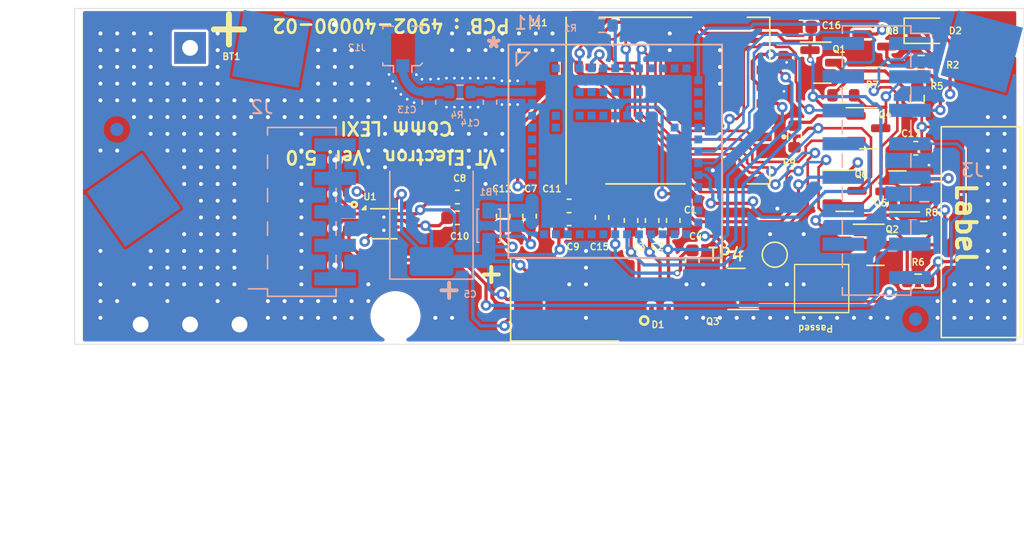
<source format=kicad_pcb>
(kicad_pcb (version 20240108) (generator "pcbnew") (generator_version "8.0")
  (layers (0 "F.Cu" signal) (1 "In1.Cu" signal) (2 "In2.Cu" signal) (31 "B.Cu" signal) (34 "B.Paste" user) (35 "F.Paste" user) (36 "B.SilkS" user "B.Silkscreen") (37 "F.SilkS" user "F.Silkscreen") (38 "B.Mask" user) (39 "F.Mask" user) (44 "Edge.Cuts" user))
  (net 0 "")
  (net 1 "GND")
  (net 6 "/uRST")
  (net 7 "/uCLK")
  (net 8 "/uData")
  (net 9 "/uVDD")
  (net 10 "/VBAT")
  (net 11 "/uPWRKEY")
  (net 12 "/uDTR")
  (net 13 "/TxD")
  (net 14 "/RxD")
  (net 15 "/uDCD")
  (net 16 "/RF_OUT")
  (net 18 "/RXD")
  (net 19 "/TXD")
  (net 20 "/VDD_EXT")
  (net 21 "/DTR")
  (net 22 "/DCD")
  (net 23 "/PWRKEY")
  (net 24 "/Alim")
  (net 52 "/+3V6d")
  (net 53 "/+3V3_UC")
  (net 54 "/RF_OUT1")
  (net 56 "/D+")
  (net 57 "/D-")
  (net 58 "/Vbus")
  (net 75 "/VBAT_F")
  (net 76 "Net-(M1A-RTS)")
  (net 77 "/U5V")
  (net 78 "/P99")
  (net 79 "Net-(D2-K)")
  (net 80 "/Network")
  (net 81 "Net-(Q8-C)")
  (net 82 "/PowerDown")
  (footprint "Capacitor_SMD:C_0603_1608Metric" (layer "F.Cu") (at 48.4 -6.4 90)
    (property "Reference" "C1")
    (property "Value" "47p")
  )
  (footprint "Capacitor_SMD:C_0603_1608Metric" (layer "F.Cu") (at 46.8 -6.4 90)
    (property "Reference" "C2")
    (property "Value" "47p")
  )
  (footprint "Capacitor_SMD:C_0603_1608Metric" (layer "F.Cu") (at 45.2 -6.4 90)
    (property "Reference" "C3")
    (property "Value" "47p")
  )
  (footprint "Capacitor_SMD:C_0603_1608Metric" (layer "F.Cu") (at 49.85 -3.35 90)
    (property "Reference" "C4")
    (property "Value" "100n" (hide yes))
  )
  (footprint "Capacitor_Tantalum_SMD:CP_EIA-7361-38_AVX-V_Pad2.18x3.30mm_HandSolder" (layer "F.Cu") (at 40.6 -0.4)
    (property "Reference" "C6" (hide yes))
    (property "Value" "TAJD477K006RNJ" (hide yes))
  )
  (footprint "Capacitor_SMD:C_0603_1608Metric" (layer "F.Cu") (at 37.5 -6.725 90)
    (property "Reference" "C7")
    (property "Value" "15p")
  )
  (footprint "Capacitor_SMD:C_0603_1608Metric" (layer "F.Cu") (at 32.025 -8.1748)
    (property "Reference" "C8")
    (property "Value" "100n")
  )
  (footprint "Capacitor_SMD:C_0603_1608Metric" (layer "F.Cu") (at 40.5 -5.5)
    (property "Reference" "C9")
    (property "Value" "68p")
  )
  (footprint "Capacitor_SMD:C_0603_1608Metric" (layer "F.Cu") (at 32.025 -6.6)
    (property "Reference" "C10")
    (property "Value" "100n")
  )
  (footprint "Capacitor_SMD:C_0603_1608Metric" (layer "F.Cu") (at 40.5 -7.5)
    (property "Reference" "C11")
    (property "Value" "10n")
  )
  (footprint "Capacitor_SMD:C_0603_1608Metric" (layer "F.Cu") (at 35.5 -6.725 90)
    (property "Reference" "C12")
    (property "Value" "100n")
  )
  (footprint "Diode_SMD:SC70-6" (layer "F.Cu") (at 47.4 -0.6)
    (property "Reference" "D1")
    (property "Value" "SMF05C.TCT" (hide yes))
  )
  (footprint "Package_TO_SOT_SMD:SOT-23" (layer "F.Cu") (at 63.6625 -19.6)
    (property "Reference" "Q8")
    (property "Value" "PDTC143XT" (hide yes))
  )
  (footprint "Connector_Molex:MOLEX_78646-3001" (layer "F.Cu") (at 48 -15.5 180)
    (property "Reference" "J11")
    (property "Value" "78646-3001" (hide yes))
  )
  (footprint "Resistor_SMD:R_0603_1608Metric" (layer "F.Cu") (at 66.975 -1.8)
    (property "Reference" "R6")
    (property "Value" "10k" (hide yes))
  )
  (footprint "TestPoint:TestPoint_Pad_D1.5mm" (layer "F.Cu") (at 56.1 -3.8)
    (property "Reference" "TP4")
    (property "Value" "TestPoint" (hide yes))
  )
  (footprint "Package_TO_SOT_SMD:SOT-23" (layer "F.Cu") (at 65.4 -8.6 180)
    (property "Reference" "Q5")
    (property "Value" "DTC143T" (hide yes))
  )
  (footprint "Resistor_SMD:R_0603_1608Metric" (layer "F.Cu") (at 61.3 -15.9 180)
    (property "Reference" "R7")
    (property "Value" "10k" (hide yes))
  )
  (footprint "Package_SON:WSON-8-1EP_2x2mm_P0.5mm_EP0.9x1.6mm_ThermalVias" (layer "F.Cu") (at 26.45 -6.15)
    (property "Reference" "U1")
    (property "Value" "TPS22967DSGR")
  )
  (footprint "Capacitor_SMD:C_0603_1608Metric" (layer "F.Cu") (at 58.1 -21.09 180)
    (property "Reference" "C16")
    (property "Value" "100n" (hide yes))
  )
  (footprint "Capacitor_SMD:C_0603_1608Metric" (layer "F.Cu") (at 66.8 -11.88)
    (property "Reference" "C17")
    (property "Value" "100n" (hide yes))
  )
  (footprint "Battery:HLC1520-3P" (layer "F.Cu") (at 11.75 -19.5 -90)
    (property "Reference" "BT1")
    (property "Value" "HLC1520-3P")
  )
  (footprint "MountingHole:MountingHole_2.5mm  Simpla" (layer "F.Cu") (at 27.3304 0.8636)
    (property "Reference" "H1" (hide yes))
    (property "Value" "MountingHole" (hide yes))
  )
  (footprint "Resistor_SMD:R_0603_1608Metric" (layer "F.Cu") (at 67.4 -5.8)
    (property "Reference" "R8")
    (property "Value" "10k" (hide yes))
  )
  (footprint "Resistor_SMD:R_0603_1608Metric" (layer "F.Cu") (at 57.6 -12.775 90)
    (property "Reference" "R9")
    (property "Value" "10k" (hide yes))
  )
  (footprint "Package_TO_SOT_SMD:SOT-23" (layer "F.Cu") (at 59.7125 -18.38)
    (property "Reference" "Q1")
    (property "Value" "PDTC143XT" (hide yes))
  )
  (footprint "Fiducial:Fiducial_1mm_Mask2mm" (layer "F.Cu") (at 73.4 -19.4)
    (property "Reference" "FID1" (hide yes))
    (property "Value" "Fiducial" (hide yes))
  )
  (footprint "Resistor_SMD:R_0603_1608Metric" (layer "F.Cu") (at 67.2 -18.4 180)
    (property "Reference" "R2")
    (property "Value" "220" (hide yes))
  )
  (footprint "Package_TO_SOT_SMD:SOT-23" (layer "F.Cu") (at 63.7375 -4.55)
    (property "Reference" "Q2")
    (property "Value" "DTC143T" (hide yes))
  )
  (footprint "Package_TO_SOT_SMD:SOT-23" (layer "F.Cu") (at 61.4 -8.65)
    (property "Reference" "Q6")
    (property "Value" "DTC143T" (hide yes))
  )
  (footprint "Fiducial:Fiducial_1mm_Mask2mm" (layer "F.Cu") (at 6.223 -2.794)
    (property "Reference" "FID4" (hide yes))
    (property "Value" "Fiducial" (hide yes))
  )
  (footprint "Capacitor_SMD:C_0603_1608Metric" (layer "F.Cu") (at 43 -6.625 -90)
    (property "Reference" "C15")
    (property "Value" "47p")
  )
  (footprint "Symbol:Eticheta" (layer "F.Cu") (at 71.7296 -5.5118 -90)
    (property "Reference" "TP1" (hide yes))
    (property "Value" "Eticheta" (hide yes))
  )
  (footprint "LED_SMD:LED_0805_2012Metric" (layer "F.Cu") (at 67.6 -20.8)
    (property "Reference" "D2")
    (property "Value" "598-8181-102F" (hide yes))
  )
  (footprint "Package_TO_SOT_SMD:SOT-23" (layer "F.Cu") (at 63.2 -13.4)
    (property "Reference" "Q4")
    (property "Value" "DTC143T" (hide yes))
  )
  (footprint "Resistor_SMD:R_0603_1608Metric" (layer "F.Cu") (at 66.91 -15.66 90)
    (property "Reference" "R5")
    (property "Value" "4k7" (hide yes))
  )
  (footprint "Package_TO_SOT_SMD:SOT-23" (layer "F.Cu") (at 53.2 -1.2 180)
    (property "Reference" "Q3")
    (property "Value" "PDTC143XT" (hide yes))
  )
  (footprint "Capacitor_Tantalum_SMD:CP_EIA-7361-38_AVX-V_Pad2.18x3.30mm_HandSolder" (layer "B.Cu") (at 30.06 -6.48 90)
    (property "Reference" "C5")
    (property "Value" "TAJD477K006RNJ")
  )
  (footprint "Connector_Coaxial:U.FL_Molex_MCRF_73412-0110_Vertical" (layer "B.Cu") (at 27.875 -19.65 180)
    (property "Reference" "J12")
    (property "Value" "CONUFL001-SMD-T" (hide yes))
  )
  (footprint "Connector_PinHeader_2.54mm:PinHeader_2x08_P2.54mm_Vertical_SMD_MOD" (layer "B.Cu") (at 63.825 -10.95 180)
    (property "Reference" "J3")
    (property "Value" "Conn_02x08_Counter_Clockwise" (hide yes))
  )
  (footprint "ublox:LEXI" (layer "B.Cu") (at 44 -11.65 -90)
    (property "Reference" "M1")
    (property "Value" "LEXI-R422")
  )
  (footprint "TestPoint:TestPoint_Pad_5.1x5.1mm" (layer "B.Cu") (at 17.8976 -19.431 170)
    (property "Reference" "J5" (hide yes))
    (property "Value" "Conn_01x01_Male" (hide yes))
  )
  (footprint "Fiducial:Fiducial_1mm_Mask2mm" (layer "B.Cu") (at 66.7766 1.0922 180)
    (property "Reference" "FID2" (hide yes))
    (property "Value" "Fiducial" (hide yes))
  )
  (footprint "Resistor_SMD:R_0603_1608Metric" (layer "B.Cu") (at 32.225 -16.15)
    (property "Reference" "R4")
    (property "Value" "0")
  )
  (footprint "Resistor_SMD:R_0603_1608Metric" (layer "B.Cu") (at 42.975 -21.2)
    (property "Reference" "R1")
    (property "Value" "0" (hide yes))
  )
  (footprint "Inductor_SMD:L_Walsin_WLFM201209x" (layer "B.Cu") (at 34.4 -6 -90)
    (property "Reference" "FB1")
    (property "Value" "BLM18EG221SN1D")
  )
  (footprint "Connector_PinHeader_2.54mm:PinHeader_2x05_P2.54mm_Vertical_SMD_MOD" (layer "B.Cu") (at 20.225 -7.05)
    (property "Reference" "J2")
    (property "Value" "Conn_02x05_Counter_Clockwise")
  )
  (footprint "Capacitor_SMD:C_0603_1608Metric" (layer "B.Cu") (at 29.875 -15.375 -90)
    (property "Reference" "C13")
    (property "Value" "DNP")
  )
  (footprint "TestPoint:TestPoint_Pad_5.1x5.1mm" (layer "B.Cu") (at 71.8058 -19.2278 165)
    (property "Reference" "J6" (hide yes))
    (property "Value" "Conn_01x01_Male" (hide yes))
  )
  (footprint "TestPoint:TestPoint_Pad_5.1x5.1mm" (layer "B.Cu") (at 7.4676 -7.9502 125)
    (property "Reference" "J4" (hide yes))
    (property "Value" "Conn_01x01_Male" (hide yes))
  )
  (footprint "Fiducial:Fiducial_1mm_Mask2mm" (layer "B.Cu") (at 6.1976 -13.3096 180)
    (property "Reference" "FID3" (hide yes))
    (property "Value" "Fiducial" (hide yes))
  )
  (footprint "Capacitor_SMD:C_0603_1608Metric" (layer "B.Cu") (at 34.5 -15.375 -90)
    (property "Reference" "C14")
    (property "Value" "DNP")
  )
  (gr_circle (center 46.2 1.2) (end 46.510047 1.2) (stroke (width 0.2)) (fill none) (layer "F.SilkS"))
  (gr_circle (center 24.2 -7.6) (end 24.4 -7.6) (stroke (width 0.2)) (fill none) (layer "F.SilkS"))
  (gr_rect (start 57.6 -3.0576) (end 61.7148 0.6) (stroke (width 0.1)) (fill none) (layer "F.SilkS"))
  (gr_line (start 75 3) (end 3 3) (stroke (width 0.05)) (layer "Edge.Cuts"))
  (gr_line (start 3 -22.5) (end 3 3) (stroke (width 0.05)) (layer "Edge.Cuts"))
  (gr_line (start 75 3) (end 75 -22.5) (stroke (width 0.05)) (layer "Edge.Cuts"))
  (gr_line (start 75 -22.5) (end 3 -22.5) (stroke (width 0.05)) (layer "Edge.Cuts"))
  (gr_text "+" (at 31.4 -1.2 0) (layer "B.SilkS") (effects (font (size 1.5 1.5) (thickness 0.3))))
  (gr_text "*" (at 35.55 -18.57 0) (layer "B.SilkS") (effects (font (size 1.5 1.5) (thickness 0.3) (bold yes)) (justify left bottom mirror)))
  (gr_text "PCB : 4902-40000-02" (at 27 -21.2 180) (layer "F.SilkS") (effects (font (size 1 1) (thickness 0.2))))
  (gr_text "VT Electron  Ver. 5.0\n" (at 27 -11.2 180) (layer "F.SilkS") (effects (font (size 1 1) (thickness 0.2))))
  (gr_text "Label" (at 70.6 -6.2 270) (layer "F.SilkS") (effects (font (size 1.5 1.5) (thickness 0.3))))
  (gr_text "Passed" (at 59.2 1.8 180) (layer "F.SilkS") (effects (font (size 0.5 0.5) (thickness 0.1))))
  (gr_text "Comm LEXI\n\n" (at 27.4 -14.2 180) (layer "F.SilkS") (effects (font (size 1 1) (thickness 0.2))))
  (gr_text "+" (at 34.6 -2.4 0) (layer "F.SilkS") (effects (font (size 1.5 1.5) (thickness 0.3))))
  (segment (start 49.85 -2.575) (end 49.85 -1.993343) (width 0.2) (layer "F.Cu") (net 1))
  (segment (start 51.125 -9.23) (end 51.125 -10.025) (width 0.2) (layer "F.Cu") (net 1))
  (segment (start 51.4 -10.3) (end 51.4 -10.2) (width 0.2) (layer "F.Cu") (net 1))
  (segment (start 49.85 -1.993343) (end 49.403 -1.546343) (width 0.2) (layer "F.Cu") (net 1))
  (segment (start 51.125 -10.025) (end 51.4 -10.3) (width 0.2) (layer "F.Cu") (net 1))
  (via (at 70.993 0.993657) (size 0.6) (drill 0.3) (layers "F.Cu" "B.Cu") (net 1))
  (via (at 17.653 0.993657) (size 0.6) (drill 0.3) (layers "F.Cu" "B.Cu") (net 1))
  (via (at 51.943 -18.056343) (size 0.6) (drill 0.3) (layers "F.Cu" "B.Cu") (net 1))
  (via (at 18.923 -0.276343) (size 0.6) (drill 0.3) (layers "F.Cu" "B.Cu") (net 1))
  (via (at 53.213 0.993657) (size 0.6) (drill 0.3) (layers "F.Cu" "B.Cu") (net 1))
  (via (at 4.953 -4.086343) (size 0.6) (drill 0.3) (layers "F.Cu" "B.Cu") (net 1))
  (via (at 22.733 -0.276343) (size 0.6) (drill 0.3) (layers "F.Cu" "B.Cu") (net 1))
  (via (at 72.263 -14.246343) (size 0.6) (drill 0.3) (layers "F.Cu" "B.Cu") (net 1))
  (via (at 13.843 -14.246343) (size 0.6) (drill 0.3) (layers "F.Cu" "B.Cu") (net 1))
  (via (at 41.783 -2.816343) (size 0.6) (drill 0.3) (layers "F.Cu" "B.Cu") (net 1))
  (via (at 73.533 -0.276343) (size 0.6) (drill 0.3) (layers "F.Cu" "B.Cu") (net 1))
  (via (at 11.303 -10.436343) (size 0.6) (drill 0.3) (layers "F.Cu" "B.Cu") (net 1))
  (via (at 73.533 -2.816343) (size 0.6) (drill 0.3) (layers "F.Cu" "B.Cu") (net 1))
  (via (at 11.303 -9.166343) (size 0.6) (drill 0.3) (layers "F.Cu" "B.Cu") (net 1))
  (via (at 12.573 -10.436343) (size 0.6) (drill 0.3) (layers "F.Cu" "B.Cu") (net 1))
  (via (at 31.623 0.993657) (size 0.6) (drill 0.3) (layers "F.Cu" "B.Cu") (net 1))
  (via (at 73.533 -12.976343) (size 0.6) (drill 0.3) (layers "F.Cu" "B.Cu") (net 1))
  (via (at 29.083 -12.976343) (size 0.6) (drill 0.3) (layers "F.Cu" "B.Cu") (net 1))
  (via (at 31.623 -20.596343) (size 0.6) (drill 0.3) (layers "F.Cu" "B.Cu") (net 1))
  (via (at 68.453 0.993657) (size 0.6) (drill 0.3) (layers "F.Cu" "B.Cu") (net 1))
  (via (at 25.273 -10.436343) (size 0.6) (drill 0.3) (layers "F.Cu" "B.Cu") (net 1))
  (via (at 8.763 -19.326343) (size 0.6) (drill 0.3) (layers "F.Cu" "B.Cu") (net 1))
  (via (at 70.993 -1.546343) (size 0.6) (drill 0.3) (layers "F.Cu" "B.Cu") (net 1))
  (via (at 35.4 -15.2) (size 0.4) (drill 0.2) (layers "F.Cu" "B.Cu") (net 1))
  (via (at 32.4 -15) (size 0.4) (drill 0.2) (layers "F.Cu" "B.Cu") (net 1))
  (via (at 13.843 -11.706343) (size 0.6) (drill 0.3) (layers "F.Cu" "B.Cu") (net 1))
  (via (at 7.493 -1.546343) (size 0.6) (drill 0.3) (layers "F.Cu" "B.Cu") (net 1))
  (via (at 73.533 -4.086343) (size 0.6) (drill 0.3) (layers "F.Cu" "B.Cu") (net 1))
  (via (at 10.033 -11.706343) (size 0.6) (drill 0.3) (layers "F.Cu" "B.Cu") (net 1))
  (via (at 18.923 -14.246343) (size 0.6) (drill 0.3) (layers "F.Cu" "B.Cu") (net 1))
  (via (at 21.463 -14.246343) (size 0.6) (drill 0.3) (layers "F.Cu" "B.Cu") (net 1))
  (via (at 7.493 -18.056343) (size 0.6) (drill 0.3) (layers "F.Cu" "B.Cu") (net 1))
  (via (at 10.033 -14.246343) (size 0.6) (drill 0.3) (layers "F.Cu" "B.Cu") (net 1))
  (via (at 22.733 -16.786343) (size 0.6) (drill 0.3) (layers "F.Cu" "B.Cu") (net 1))
  (via (at 6.223 -11.706343) (size 0.6) (drill 0.3) (layers "F.Cu" "B.Cu") (net 1))
  (via (at 37.973 -20.596343) (size 0.6) (drill 0.3) (layers "F.Cu" "B.Cu") (net 1))
  (via (at 6.223 -18.056343) (size 0.6) (drill 0.3) (layers "F.Cu" "B.Cu") (net 1))
  (via (at 13.843 -4.086343) (size 0.6) (drill 0.3) (layers "F.Cu" "B.Cu") (net 1))
  (via (at 57 -18.4) (size 0.4) (drill 0.2) (layers "F.Cu" "B.Cu") (net 1))
  (via (at 72.263 -1.546343) (size 0.6) (drill 0.3) (layers "F.Cu" "B.Cu") (net 1))
  (via (at 39.243 -19.326343) (size 0.6) (drill 0.3) (layers "F.Cu" "B.Cu") (net 1))
  (via (at 32.893 -11.706343) (size 0.6) (drill 0.3) (layers "F.Cu" "B.Cu") (net 1))
  (via (at 73.533 -1.546343) (size 0.6) (drill 0.3) (layers "F.Cu" "B.Cu") (net 1))
  (via (at 24.003 -14.246343) (size 0.6) (drill 0.3) (layers "F.Cu" "B.Cu") (net 1))
  (via (at 4.953 0.993657) (size 0.6) (drill 0.3) (layers "F.Cu" "B.Cu") (net 1))
  (via (at 15.113 -9.166343) (size 0.6) (drill 0.3) (layers "F.Cu" "B.Cu") (net 1))
  (via (at 13.843 -16.786343) (size 0.6) (drill 0.3) (layers "F.Cu" "B.Cu") (net 1))
  (via (at 30.353 -12.976343) (size 0.6) (drill 0.3) (layers "F.Cu" "B.Cu") (net 1))
  (via (at 20.193 -6.626343) (size 0.6) (drill 0.3) (layers "F.Cu" "B.Cu") (net 1))
  (via (at 27.13 -16.96) (size 0.4) (drill 0.2) (layers "F.Cu" "B.Cu") (net 1))
  (via (at 50.673 -1.546343) (size 0.6) (drill 0.3) (layers "F.Cu" "B.Cu") (net 1))
  (via (at 51.943 -16.786343) (size 0.6) (drill 0.3) (layers "F.Cu" "B.Cu") (net 1))
  (via (at 24.003 0.993657) (size 0.6) (drill 0.3) (layers "F.Cu" "B.Cu") (net 1))
  (via (at 6.223 -15.516343) (size 0.6) (drill 0.3) (layers "F.Cu" "B.Cu") (net 1))
  (via (at 22.733 -14.246343) (size 0.6) (drill 0.3) (layers "F.Cu" "B.Cu") (net 1))
  (via (at 18.923 0.993657) (size 0.6) (drill 0.3) (layers "F.Cu" "B.Cu") (net 1))
  (via (at 22.733 -18.056343) (size 0.6) (drill 0.3) (layers "F.Cu" "B.Cu") (net 1))
  (via (at 15.113 -11.706343) (size 0.6) (drill 0.3) (layers "F.Cu" "B.Cu") (net 1))
  (via (at 12.573 -5.356343) (size 0.6) (drill 0.3) (layers "F.Cu" "B.Cu") (net 1))
  (via (at 30.59 -17.15) (size 0.4) (drill 0.2) (layers "F.Cu" "B.Cu") (net 1))
  (via (at 34.163 -11.706343) (size 0.6) (drill 0.3) (layers "F.Cu" "B.Cu") (net 1))
  (via (at 25.273 -0.276343) (size 0.6) (drill 0.3) (layers "F.Cu" "B.Cu") (net 1))
  (via (at 6.223 -0.276343) (size 0.6) (drill 0.3) (layers "F.Cu" "B.Cu") (net 1))
  (via (at 51.943 0.993657) (size 0.6) (drill 0.3) (layers "F.Cu" "B.Cu") (net 1))
  (via (at 6.223 -20.596343) (size 0.6) (drill 0.3) (layers "F.Cu" "B.Cu") (net 1))
  (via (at 54.483 0.993657) (size 0.6) (drill 0.3) (layers "F.Cu" "B.Cu") (net 1))
  (via (at 51.943 -19.326343) (size 0.6) (drill 0.3) (layers "F.Cu" "B.Cu") (net 1))
  (via (at 41.783 -4.086343) (size 0.6) (drill 0.3) (layers "F.Cu" "B.Cu") (net 1))
  (via (at 31.8 -15) (size 0.4) (drill 0.2) (layers "F.Cu" "B.Cu") (net 1))
  (via (at 58.293 0.993657) (size 0.6) (drill 0.3) (layers "F.Cu" "B.Cu") (net 1))
  (via (at 20.193 -11.706343) (size 0.6) (drill 0.3) (layers "F.Cu" "B.Cu") (net 1))
  (via (at 72.263 -0.276343) (size 0.6) (drill 0.3) (layers "F.Cu" "B.Cu") (net 1))
  (via (at 72.263 -6.626343) (size 0.6) (drill 0.3) (layers "F.Cu" "B.Cu") (net 1))
  (via (at 11.303 -11.706343) (size 0.6) (drill 0.3) (layers "F.Cu" "B.Cu") (net 1))
  (via (at 20.193 -2.816343) (size 0.6) (drill 0.3) (layers "F.Cu" "B.Cu") (net 1))
  (via (at 15.113 -4.086343) (size 0.6) (drill 0.3) (layers "F.Cu" "B.Cu") (net 1))
  (via (at 11.303 -5.356343) (size 0.6) (drill 0.3) (layers "F.Cu" "B.Cu") (net 1))
  (via (at 32.4 -17.2) (size 0.4) (drill 0.2) (layers "F.Cu" "B.Cu") (net 1))
  (via (at 22.733 0.993657) (size 0.6) (drill 0.3) (layers "F.Cu" "B.Cu") (net 1))
  (via (at 73.533 -14.246343) (size 0.6) (drill 0.3) (layers "F.Cu" "B.Cu") (net 1))
  (via (at 73.533 0.993657) (size 0.6) (drill 0.3) (layers "F.Cu" "B.Cu") (net 1))
  (via (at 20.193 -5.356343) (size 0.6) (drill 0.3) (layers "F.Cu" "B.Cu") (net 1))
  (via (at 25.273 -15.516343) (size 0.6) (drill 0.3) (layers "F.Cu" "B.Cu") (net 1))
  (via (at 26.543 -12.976343) (size 0.6) (drill 0.3) (layers "F.Cu" "B.Cu") (net 1))
  (via (at 8.763 -1.546343) (size 0.6) (drill 0.3) (layers "F.Cu" "B.Cu") (net 1))
  (via (at 30.353 0.993657) (size 0.6) (drill 0.3) (layers "F.Cu" "B.Cu") (net 1))
  (via (at 20.193 -7.896343) (size 0.6) (drill 0.3) (layers "F.Cu" "B.Cu") (net 1))
  (via (at 13.843 -2.816343) (size 0.6) (drill 0.3) (layers "F.Cu" "B.Cu") (net 1))
  (via (at 57.023 0.993657) (size 0.6) (drill 0.3) (layers "F.Cu" "B.Cu") (net 1))
  (via (at 72.263 -2.816343) (size 0.6) (drill 0.3) (layers "F.Cu" "B.Cu") (net 1))
  (via (at 21.463 -19.326343) (size 0.6) (drill 0.3) (layers "F.Cu" "B.Cu") (net 1))
  (via (at 13.843 -18.056343) (size 0.6) (drill 0.3) (layers "F.Cu" "B.Cu") (net 1))
  (via (at 24.003 -16.786343) (size 0.6) (drill 0.3) (layers "F.Cu" "B.Cu") (net 1))
  (via (at 16.383 -15.516343) (size 0.6) (drill 0.3) (layers "F.Cu" "B.Cu") (net 1))
  (via (at 15.113 -1.546343) (size 0.6) (drill 0.3) (layers "F.Cu" "B.Cu") (net 1))
  (via (at 7.493 -19.326343) (size 0.6) (drill 0.3) (layers "F.Cu" "B.Cu") (net 1))
  (via (at 10.033 -0.276343) (size 0.6) (drill 0.3) (layers "F.Cu" "B.Cu") (net 1))
  (via (at 18.923 -15.516343) (size 0.6) (drill 0.3) (layers "F.Cu" "B.Cu") (net 1))
  (via (at 4.953 -16.786343) (size 0.6) (drill 0.3) (layers "F.Cu" "B.Cu") (net 1))
  (via (at 49.403 -1.546343) (size 0.6) (drill 0.3) (layers "F.Cu" "B.Cu") (net 1))
  (via (at 73.533 -11.706343) (size 0.6) (drill 0.3) (layers "F.Cu" "B.Cu") (net 1))
  (via (at 11.303 -4.086343) (size 0.6) (drill 0.3) (layers "F.Cu" "B.Cu") (net 1))
  (via (at 21.463 -16.786343) (size 0.6) (drill 0.3) (layers "F.Cu" "B.Cu") (net 1))
  (via (at 33 -15) (size 0.4) (drill 0.2) (layers "F.Cu" "B.Cu") (net 1))
  (via (at 51.4 -10.2) (size 0.5) (drill 0.3) (layers "F.Cu" "B.Cu") (net 1))
  (via (at 7.493 -15.516343) (size 0.6) (drill 0.3) (layers "F.Cu" "B.Cu") (net 1))
  (via (at 59.563 0.993657) (size 0.6) (drill 0.3) (layers "F.Cu" "B.Cu") (net 1))
  (via (at 12.573 -11.706343) (size 0.6) (drill 0.3) (layers "F.Cu" "B.Cu") (net 1))
  (via (at 26.543 -11.706343) (size 0.6) (drill 0.3) (layers "F.Cu" "B.Cu") (net 1))
  (via (at 58.293 -5.356343) (size 0.6) (drill 0.3) (layers "F.Cu" "B.Cu") (net 1))
  (via (at 50.673 0.993657) (size 0.6) (drill 0.3) (layers "F.Cu" "B.Cu") (net 1))
  (via (at 57.023 -1.546343) (size 0.6) (drill 0.3) (layers "F.Cu" "B.Cu") (net 1))
  (via (at 21.463 -0.276343) (size 0.6) (drill 0.3) (layers "F.Cu" "B.Cu") (net 1))
  (via (at 55.753 -1.546343) (size 0.6) (drill 0.3) (layers "F.Cu" "B.Cu") (net 1))
  (via (at 72.263 -12.976343) (size 0.6) (drill 0.3) (layers "F.Cu" "B.Cu") (net 1))
  (via (at 28.92 -17.47) (size 0.4) (drill 0.2) (layers "F.Cu" "B.Cu") (net 1))
  (via (at 56.3 -7.3) (size 0.6) (drill 0.3) (layers "F.Cu" "B.Cu") (net 1))
  (via (at 17.653 -14.246343) (size 0.6) (drill 0.3) (layers "F.Cu" "B.Cu") (net 1))
  (via (at 21.463 -18.056343) (size 0.6) (drill 0.3) (layers "F.Cu" "B.Cu") (net 1))
  (via (at 63.373 0.993657) (size 0.6) (drill 0.3) (layers "F.Cu" "B.Cu") (net 1))
  (via (at 15.113 -5.356343) (size 0.6) (drill 0.3) (layers "F.Cu" "B.Cu") (net 1))
  (via (at 12.573 -4.086343) (size 0.6) (drill 0.3) (layers "F.Cu" "B.Cu") (net 1))
  (via (at 32.893 -10.436343) (size 0.6) (drill 0.3) (layers "F.Cu" "B.Cu") (net 1))
  (via (at 10.033 -16.786343) (size 0.6) (drill 0.3) (layers "F.Cu" "B.Cu") (net 1))
  (via (at 32.893 -20.596343) (size 0.6) (drill 0.3) (layers "F.Cu" "B.Cu") (net 1))
  (via (at 20.193 -4.086343) (size 0.6) (drill 0.3) (layers "F.Cu" "B.Cu") (net 1))
  (via (at 10.033 -15.516343) (size 0.6) (drill 0.3) (layers "F.Cu" "B.Cu") (net 1))
  (via (at 8.763 -15.516343) (size 0.6) (drill 0.3) (layers "F.Cu" "B.Cu") (net 1))
  (via (at 34.163 -20.596343) (size 0.6) (drill 0.3) (layers "F.Cu" "B.Cu") (net 1))
  (via (at 12.573 -2.816343) (size 0.6) (drill 0.3) (layers "F.Cu" "B.Cu") (net 1))
  (via (at 13.843 -19.326343) (size 0.6) (drill 0.3) (layers "F.Cu" "B.Cu") (net 1))
  (via (at 24.003 -18.056343) (size 0.6) (drill 0.3) (layers "F.Cu" "B.Cu") (net 1))
  (via (at 25.273 -12.976343) (size 0.6) (drill 0.3) (layers "F.Cu" "B.Cu") (net 1))
  (via (at 35.433 -19.326343) (size 0.6) (drill 0.3) (layers "F.Cu" "B.Cu") (net 1))
  (via (at 21.463 -15.516343) (size 0.6) (drill 0.3) (layers "F.Cu" "B.Cu") (net 1))
  (via (at 12.573 -1.546343) (size 0.6) (drill 0.3) (layers "F.Cu" "B.Cu") (net 1))
  (via (at 13.843 -5.356343) (size 0.6) (drill 0.3) (layers "F.Cu" "B.Cu") (net 1))
  (via (at 13.843 -9.166343) (size 0.6) (drill 0.3) (layers "F.Cu" "B.Cu") (net 1))
  (via (at 24.003 -0.276343) (size 0.6) (drill 0.3) (layers "F.Cu" "B.Cu") (net 1))
  (via (at 55.753 -5.356343) (size 0.6) (drill 0.3) (layers "F.Cu" "B.Cu") (net 1))
  (via (at 24.003 -19.326343) (size 0.6) (drill 0.3) (layers "F.Cu" "B.Cu") (net 1))
  (via (at 27.813 -11.706343) (size 0.6) (drill 0.3) (layers "F.Cu" "B.Cu") (net 1))
  (via (at 68.453 -0.276343) (size 0.6) (drill 0.3) (layers "F.Cu" "B.Cu") (net 1))
  (via (at 31.623 -12.976343) (size 0.6) (drill 0.3) (layers "F.Cu" "B.Cu") (net 1))
  (via (at 32.893 -19.326343) (size 0.6) (drill 0.3) (layers "F.Cu" "B.Cu") (net 1))
  (via (at 13.843 -15.516343) (size 0.6) (drill 0.3) (layers "F.Cu" "B.Cu") (net 1))
  (via (at 4.953 -18.056343) (size 0.6) (drill 0.3) (layers "F.Cu" "B.Cu") (net 1))
  (via (at 29.99 -17.12) (size 0.4) (drill 0.2) (layers "F.Cu" "B.Cu") (net 1))
  (via (at 7.493 -20.596343) (size 0.6) (drill 0.3) (layers "F.Cu" "B.Cu") (net 1))
  (via (at 26.84 -17.48) (size 0.4) (drill 0.2) (layers "F.Cu" "B.Cu") (net 1))
  (via (at 36 -15.2) (size 0.4) (drill 0.2) (layers "F.Cu" "B.Cu") (net 1))
  (via (at 41.783 -1.546343) (size 0.6) (drill 0.3) (layers "F.Cu" "B.Cu") (net 1))
  (via (at 28.22 -15.6) (size 0.4) (drill 0.2) (layers "F.Cu" "B.Cu") (net 1))
  (via (at 72.263 -9.166343) (size 0.6) (drill 0.3) (layers "F.Cu" "B.Cu") (net 1))
  (via (at 8.763 -12.976343) (size 0.6) (drill 0.3) (layers "F.Cu" "B.Cu") (net 1))
  (via (at 13.843 -6.626343) (size 0.6) (drill 0.3) (layers "F.Cu" "B.Cu") (net 1))
  (via (at 15.113 -14.246343) (size 0.6) (drill 0.3) (layers "F.Cu" "B.Cu") (net 1))
  (via (at 22.7076 -21.2852) (size 0.8) (drill 0.4) (layers "F.Cu" "B.Cu") (net 1))
  (via (at 15.113 -15.516343) (size 0.6) (drill 0.3) (layers "F.Cu" "B.Cu") (net 1))
  (via (at 20.193 -0.276343) (size 0.6) (drill 0.3) (layers "F.Cu" "B.Cu") (net 1))
  (via (at 20.193 -1.546343) (size 0.6) (drill 0.3) (layers "F.Cu" "B.Cu") (net 1))
  (via (at 70.993 -0.276343) (size 0.6) (drill 0.3) (layers "F.Cu" "B.Cu") (net 1))
  (via (at 31.2 -15) (size 0.4) (drill 0.2) (layers "F.Cu" "B.Cu") (net 1))
  (via (at 36.703 -20.596343) (size 0.6) (drill 0.3) (layers "F.Cu" "B.Cu") (net 1))
  (via (at 34.163 -19.326343) (size 0.6) (drill 0.3) (layers "F.Cu" "B.Cu") (net 1))
  (via (at 29.34 -17.12) (size 0.4) (drill 0.2) (layers "F.Cu" "B.Cu") (net 1))
  (via (at 69.723 -0.276343) (size 0.6) (drill 0.3) (layers "F.Cu" "B.Cu") (net 1))
  (via (at 64.643 0.993657) (size 0.6) (drill 0.3) (layers "F.Cu" "B.Cu") (net 1))
  (via (at 58.293 -1.546343) (size 0.6) (drill 0.3) (layers "F.Cu" "B.Cu") (net 1))
  (via (at 29.083 -11.706343) (size 0.6) (drill 0.3) (layers "F.Cu" "B.Cu") (net 1))
  (via (at 27.813 -12.976343) (size 0.6) (drill 0.3) (layers "F.Cu" "B.Cu") (net 1))
  (via (at 11.303 -2.816343) (size 0.6) (drill 0.3) (layers "F.Cu" "B.Cu") (net 1))
  (via (at 7.493 -16.786343) (size 0.6) (drill 0.3) (layers "F.Cu" "B.Cu") (net 1))
  (via (at 4.953 -15.516343) (size 0.6) (drill 0.3) (layers "F.Cu" "B.Cu") (net 1))
  (via (at 15.113 -12.976343) (size 0.6) (drill 0.3) (layers "F.Cu" "B.Cu") (net 1))
  (via (at 34.163 -12.976343) (size 0.6) (drill 0.3) (layers "F.Cu" "B.Cu") (net 1))
  (via (at 30.353 -11.706343) (size 0.6) (drill 0.3) (layers "F.Cu" "B.Cu") (net 1))
  (via (at 73.533 -10.436343) (size 0.6) (drill 0.3) (layers "F.Cu" "B.Cu") (net 1))
  (via (at 39.243 -20.596343) (size 0.6) (drill 0.3) (layers "F.Cu" "B.Cu") (net 1))
  (via (at 35.433 -20.596343) (size 0.6) (drill 0.3) (layers "F.Cu" "B.Cu") (net 1))
  (via (at 73.533 -7.896343) (size 0.6) (drill 0.3) (layers "F.Cu" "B.Cu") (net 1))
  (via (at 48.133 -19.326343) (size 0.6) (drill 0.3) (layers "F.Cu" "B.Cu") (net 1))
  (via (at 73.533 -6.626343) (size 0.6) (drill 0.3) (layers "F.Cu" "B.Cu") (net 1))
  (via (at 4.953 -11.706343) (size 0.6) (drill 0.3) (layers "F.Cu" "B.Cu") (net 1))
  (via (at 26.543 -10.436343) (size 0.6) (drill 0.3) (layers "F.Cu" "B.Cu") (net 1))
  (via (at 25.273 -11.706343) (size 0.6) (drill 0.3) (layers "F.Cu" "B.Cu") (net 1))
  (via (at 4.953 -0.276343) (size 0.6) (drill 0.3) (layers "F.Cu" "B.Cu") (net 1))
  (via (at 12.573 -16.786343) (size 0.6) (drill 0.3) (layers "F.Cu" "B.Cu") (net 1))
  (via (at 20.193 -12.976343) (size 0.6) (drill 0.3) (layers "F.Cu" "B.Cu") (net 1))
  (via (at 36.703 -19.326343) (size 0.6) (drill 0.3) (layers "F.Cu" "B.Cu") (net 1))
  (via (at 16.383 -14.246343) (size 0.6) (drill 0.3) (layers "F.Cu" "B.Cu") (net 1))
  (via (at 4.953 -20.596343) (size 0.6) (drill 0.3) (layers "F.Cu" "B.Cu") (net 1))
  (via (at 8.763 -16.786343) (size 0.6) (drill 0.3) (layers "F.Cu" "B.Cu") (net 1))
  (via (at 60.833 0.993657) (size 0.6) (drill 0.3) (layers "F.Cu" "B.Cu") (net 1))
  (via (at 8.763 -2.816343) (size 0.6) (drill 0.3) (layers "F.Cu" "B.Cu") (net 1))
  (via (at 12.573 -7.896343) (size 0.6) (drill 0.3) (layers "F.Cu" "B.Cu") (net 1))
  (via (at 26.543 -14.246343) (size 0.6) (drill 0.3) (layers "F.Cu" "B.Cu") (net 1))
  (via (at 15.113 -2.816343) (size 0.6) (drill 0.3) (layers "F.Cu" "B.Cu") (net 1))
  (via (at 25.273 -1.546343) (size 0.6) (drill 0.3) (layers "F.Cu" "B.Cu") (net 1))
  (via (at 35.433 -12.976343) (size 0.6) (drill 0.3) (layers "F.Cu" "B.Cu") (net 1))
  (via (at 72.263 -11.706343) (size 0.6) (drill 0.3) (layers "F.Cu" "B.Cu") (net 1))
  (via (at 7.493 -14.246343) (size 0.6) (drill 0.3) (layers "F.Cu" "B.Cu") (net 1))
  (via (at 4.953 -19.326343) (size 0.6) (drill 0.3) (layers "F.Cu" "B.Cu") (net 1))
  (via (at 11.303 -12.976343) (size 0.6) (drill 0.3) (layers "F.Cu" "B.Cu") (net 1))
  (via (at 31.8 -17.2) (size 0.4) (drill 0.2) (layers "F.Cu" "B.Cu") (net 1))
  (via (at 10.033 -12.976343) (size 0.6) (drill 0.3) (layers "F.Cu" "B.Cu") (net 1))
  (via (at 17.653 -15.516343) (size 0.6) (drill 0.3) (layers "F.Cu" "B.Cu") (net 1))
  (via (at 41.783 0.993657) (size 0.6) (drill 0.3) (layers "F.Cu" "B.Cu") (net 1))
  (via (at 32.893 -12.976343) (size 0.6) (drill 0.3) (layers "F.Cu" "B.Cu") (net 1))
  (via (at 73.533 -9.166343) (size 0.6) (drill 0.3) (layers "F.Cu" "B.Cu") (net 1))
  (via (at 31.2 -17.2) (size 0.4) (drill 0.2) (layers "F.Cu" "B.Cu") (net 1))
  (via (at 20.193 -9.166343) (size 0.6) (drill 0.3) (layers "F.Cu" "B.Cu") (net 1))
  (via (at 10.033 -1.546343) (size 0.6) (drill 0.3) (layers "F.Cu" "B.Cu") (net 1))
  (via (at 4.953 -1.546343) (size 0.6) (drill 0.3) (layers "F.Cu" "B.Cu") (net 1))
  (via (at 6.223 -16.786343) (size 0.6) (drill 0.3) (layers "F.Cu" "B.Cu") (net 1))
  (via (at 15.113 -6.626343) (size 0.6) (drill 0.3) (layers "F.Cu" "B.Cu") (net 1))
  (via (at 28.74 -15.35) (size 0.4) (drill 0.2) (layers "F.Cu" "B.Cu") (net 1))
  (via (at 15.113 -10.436343) (size 0.6) (drill 0.3) (layers "F.Cu" "B.Cu") (net 1))
  (via (at 13.843 -0.276343) (size 0.6) (drill 0.3) (layers "F.Cu" "B.Cu") (net 1))
  (via (at 20.193 0.993657) (size 0.6) (drill 0.3) (layers "F.Cu" "B.Cu") (net 1))
  (via (at 24.003 -15.516343) (size 0.6) (drill 0.3) (layers "F.Cu" "B.Cu") (net 1))
  (via (at 10.033 -4.086343) (size 0.6) (drill 0.3) (layers "F.Cu" "B.Cu") (net 1))
  (via (at 12.573 -14.246343) (size 0.6) (drill 0.3) (layers "F.Cu" "B.Cu") (net 1))
  (via (at 22.733 -19.326343) (size 0.6) (drill 0.3) (layers "F.Cu" "B.Cu") (net 1))
  (via (at 8.763 -4.086343) (size 0.6) (drill 0.3) (layers "F.Cu" "B.Cu") (net 1))
  (via (at 55.753 0.993657) (size 0.6) (drill 0.3) (layers "F.Cu" "B.Cu") (net 1))
  (via (at 11.303 -14.246343) (size 0.6) (drill 0.3) (layers "F.Cu" "B.Cu") (net 1))
  (via (at 72.263 -7.896343) (size 0.6) (drill 0.3) (layers "F.Cu" "B.Cu") (net 1))
  (via (at 10.033 -2.816343) (size 0.6) (drill 0.3) (layers "F.Cu" "B.Cu") (net 1))
  (via (at 20.193 -15.516343) (size 0.6) (drill 0.3) (layers "F.Cu" "B.Cu") (net 1))
  (via (at 8.763 -20.596343) (size 0.6) (drill 0.3) (layers "F.Cu" "B.Cu") (net 1))
  (via (at 34.8 -17.2) (size 0.4) (drill 0.2) (layers "F.Cu" "B.Cu") (net 1))
  (via (at 11.303 -15.516343) (size 0.6) (drill 0.3) (layers "F.Cu" "B.Cu") (net 1))
  (via (at 25.273 -16.786343) (size 0.6) (drill 0.3) (layers "F.Cu" "B.Cu") (net 1))
  (via (at 36.6 -17) (size 0.4) (drill 0.2) (layers "F.Cu" "B.Cu") (net 1))
  (via (at 36 -17) (size 0.4) (drill 0.2) (layers "F.Cu" "B.Cu") (net 1))
  (via (at 20.193 -10.436343) (size 0.6) (drill 0.3) (layers "F.Cu" "B.Cu") (net 1))
  (via (at 34.163 -9.166343) (size 0.6) (drill 0.3) (layers "F.Cu" "B.Cu") (net 1))
  (via (at 40.513 -1.546343) (size 0.6) (drill 0.3) (layers "F.Cu" "B.Cu") (net 1))
  (via (at 31.623 -19.326343) (size 0.6) (drill 0.3) (layers "F.Cu" "B.Cu") (net 1))
  (via (at 67.8 -10.6) (size 0.4) (drill 0.2) (layers "F.Cu" "B.Cu") (net 1))
  (via (at 8.763 -18.056343) (size 0.6) (drill 0.3) (layers "F.Cu" "B.Cu") (net 1))
  (via (at 33 -17.2) (size 0.4) (drill 0.2) (layers "F.Cu" "B.Cu") (net 1))
  (via (at 73.533 -5.356343) (size 0.6) (drill 0.3) (layers "F.Cu" "B.Cu") (net 1))
  (via (at 13.843 -20.596343) (size 0.6) (drill 0.3) (layers "F.Cu" "B.Cu") (net 1))
  (via (at 33.6 -15) (size 0.4) (drill 0.2) (layers "F.Cu" "B.Cu") (net 1))
  (via (at 72.263 0.993657) (size 0.6) (drill 0.3) (layers "F.Cu" "B.Cu") (net 1))
  (via (at 72.263 -4.086343) (size 0.6) (drill 0.3) (layers "F.Cu" "B.Cu") (net 1))
  (via (at 27.35 -16.44) (size 0.4) (drill 0.2) (layers "F.Cu" "B.Cu") (net 1))
  (via (at 35.4 -17) (size 0.4) (drill 0.2) (layers "F.Cu" "B.Cu") (net 1))
  (via (at 27.74 -15.97) (size 0.4) (drill 0.2) (layers "F.Cu" "B.Cu") (net 1))
  (via (at 49.403 0.993657) (size 0.6) (drill 0.3) (layers "F.Cu" "B.Cu") (net 1))
  (via (at 11.303 -16.786343) (size 0.6) (drill 0.3) (layers "F.Cu" "B.Cu") (net 1))
  (via (at 72.263 -10.436343) (size 0.6) (drill 0.3) (layers "F.Cu" "B.Cu") (net 1))
  (via (at 12.573 -9.166343) (size 0.6) (drill 0.3) (layers "F.Cu" "B.Cu") (net 1))
  (via (at 12.573 -12.976343) (size 0.6) (drill 0.3) (layers "F.Cu" "B.Cu") (net 1))
  (via (at 13.843 -12.976343) (size 0.6) (drill 0.3) (layers "F.Cu" "B.Cu") (net 1))
  (via (at 6.223 -19.326343) (size 0.6) (drill 0.3) (layers "F.Cu" "B.Cu") (net 1))
  (via (at 33.6 -17.2) (size 0.4) (drill 0.2) (layers "F.Cu" "B.Cu") (net 1))
  (via (at 69.723 -1.546343) (size 0.6) (drill 0.3) (layers "F.Cu" "B.Cu") (net 1))
  (via (at 13.843 -10.436343) (size 0.6) (drill 0.3) (layers "F.Cu" "B.Cu") (net 1))
  (via (at 34.2 -17.2) (size 0.4) (drill 0.2) (layers "F.Cu" "B.Cu") (net 1))
  (via (at 12.573 -6.626343) (size 0.6) (drill 0.3) (layers "F.Cu" "B.Cu") (net 1))
  (via (at 31.623 -11.706343) (size 0.6) (drill 0.3) (layers "F.Cu" "B.Cu") (net 1))
  (via (at 69.723 0.993657) (size 0.6) (drill 0.3) (layers "F.Cu" "B.Cu") (net 1))
  (via (at 34.163 -10.436343) (size 0.6) (drill 0.3) (layers "F.Cu" "B.Cu") (net 1))
  (via (at 15.113 -7.896343) (size 0.6) (drill 0.3) (layers "F.Cu" "B.Cu") (net 1))
  (via (at 21.463 0.993657) (size 0.6) (drill 0.3) (layers "F.Cu" "B.Cu") (net 1))
  (via (at 17.653 -0.276343) (size 0.6) (drill 0.3) (layers "F.Cu" "B.Cu") (net 1))
  (via (at 20.193 -14.246343) (size 0.6) (drill 0.3) (layers "F.Cu" "B.Cu") (net 1))
  (via (at 25.273 -14.246343) (size 0.6) (drill 0.3) (layers "F.Cu" "B.Cu") (net 1))
  (via (at 37.973 -19.326343) (size 0.6) (drill 0.3) (layers "F.Cu" "B.Cu") (net 1))
  (via (at 62.103 0.993657) (size 0.6) (drill 0.3) (layers "F.Cu" "B.Cu") (net 1))
  (via (at 36.6 -15.2) (size 0.4) (drill 0.2) (layers "F.Cu" "B.Cu") (net 1))
  (via (at 56.8 -16.2) (size 0.4) (drill 0.2) (layers "F.Cu" "B.Cu") (net 1))
  (via (at 22.733 -15.516343) (size 0.6) (drill 0.3) (layers "F.Cu" "B.Cu") (net 1))
  (via (at 12.573 -15.516343) (size 0.6) (drill 0.3) (layers "F.Cu" "B.Cu") (net 1))
  (via (at 13.843 -1.546343) (size 0.6) (drill 0.3) (layers "F.Cu" "B.Cu") (net 1))
  (via (at 13.843 -7.896343) (size 0.6) (drill 0.3) (layers "F.Cu" "B.Cu") (net 1))
  (via (at 48.133 -20.596343) (size 0.6) (drill 0.3) (layers "F.Cu" "B.Cu") (net 1))
  (via (at 35.433 -11.706343) (size 0.6) (drill 0.3) (layers "F.Cu" "B.Cu") (net 1))
  (via (at 11.303 -1.546343) (size 0.6) (drill 0.3) (layers "F.Cu" "B.Cu") (net 1))
  (via (at 8.763 -14.246343) (size 0.6) (drill 0.3) (layers "F.Cu" "B.Cu") (net 1))
  (segment (start 48.05 -3.05) (end 48 -3.1) (width 0.25) (layer "F.Cu") (net 6))
  (segment (start 48 -5.225) (end 48.4 -5.625) (width 0.25) (layer "F.Cu") (net 6))
  (segment (start 48.05 -1.55) (end 48.05 -3.05) (width 0.25) (layer "F.Cu") (net 6))
  (segment (start 56.6 -15) (end 56.315 -15.285) (width 0.25) (layer "F.Cu") (net 6))
  (segment (start 48 -3.1) (end 48 -4.2) (width 0.25) (layer "F.Cu") (net 6))
  (segment (start 56.315 -15.285) (end 55.295 -15.285) (width 0.25) (layer "F.Cu") (net 6))
  (segment (start 48 -4.2) (end 48 -5.225) (width 0.25) (layer "F.Cu") (net 6))
  (segment (start 56.675 -15) (end 56.6 -15) (width 0.25) (layer "F.Cu") (net 6))
  (via (at 56.675 -15) (size 0.8) (drill 0.4) (layers "F.Cu" "B.Cu") (net 6))
  (via (at 48 -4.2) (size 0.8) (drill 0.4) (layers "F.Cu" "B.Cu") (net 6))
  (segment (start 48 -4.2) (end 51.4 -4.2) (width 0.25) (layer "B.Cu") (net 6))
  (segment (start 51.4 -4.2) (end 52.525 -5.325) (width 0.25) (layer "B.Cu") (net 6))
  (segment (start 47.425305 -4.2) (end 48 -4.2) (width 0.25) (layer "B.Cu") (net 6))
  (segment (start 46.7 -5.35) (end 46.7 -4.925305) (width 0.25) (layer "B.Cu") (net 6))
  (segment (start 56.675 -13.925) (end 56.675 -15) (width 0.25) (layer "B.Cu") (net 6))
  (segment (start 52.525 -5.325) (end 52.525 -9.775) (width 0.25) (layer "B.Cu") (net 6))
  (segment (start 46.7 -4.925305) (end 47.425305 -4.2) (width 0.25) (layer "B.Cu") (net 6))
  (segment (start 52.525 -9.775) (end 56.675 -13.925) (width 0.25) (layer "B.Cu") (net 6))
  (segment (start 47.4 -3.2) (end 46.6 -4) (width 0.25) (layer "F.Cu") (net 7))
  (segment (start 56.92 -17.28) (end 56.375 -17.825) (width 0.25) (layer "F.Cu") (net 7))
  (segment (start 46.6 -4) (end 46.6 -5.425) (width 0.25) (layer "F.Cu") (net 7))
  (segment (start 46.6 -5.425) (end 46.8 -5.625) (width 0.25) (layer "F.Cu") (net 7))
  (segment (start 47.4 -1.55) (end 47.4 -3.2) (width 0.25) (layer "F.Cu") (net 7))
  (segment (start 56.375 -17.825) (end 55.295 -17.825) (width 0.25) (layer "F.Cu") (net 7))
  (via (at 46.6 -4) (size 0.8) (drill 0.4) (layers "F.Cu" "B.Cu") (net 7))
  (via (at 56.92 -17.28) (size 0.8) (drill 0.4) (layers "F.Cu" "B.Cu") (net 7))
  (segment (start 53.15 -4.95) (end 51.675 -3.475) (width 0.25) (layer "B.Cu") (net 7))
  (segment (start 56.92 -17.28) (end 57.4 -16.8) (width 0.25) (layer "B.Cu") (net 7))
  (segment (start 45.8 -4.8) (end 46.6 -4) (width 0.25) (layer "B.Cu") (net 7))
  (segment (start 51.675 -3.475) (end 47.125 -3.475) (width 0.25) (layer "B.Cu") (net 7))
  (segment (start 53.15 -9.5) (end 53.15 -4.95) (width 0.25) (layer "B.Cu") (net 7))
  (segment (start 47.125 -3.475) (end 46.6 -4) (width 0.25) (layer "B.Cu") (net 7))
  (segment (start 45.8 -5.35) (end 45.8 -4.8) (width 0.25) (layer "B.Cu") (net 7))
  (segment (start 57.4 -13.75) (end 53.15 -9.5) (width 0.25) (layer "B.Cu") (net 7))
  (segment (start 57.4 -16.8) (end 57.4 -13.75) (width 0.25) (layer "B.Cu") (net 7))
  (segment (start 45.8 -2) (end 46.25 -1.55) (width 0.25) (layer "F.Cu") (net 8))
  (segment (start 55.015 -16.555) (end 55.295 -16.555) (width 0.25) (layer "F.Cu") (net 8))
  (segment (start 45.8 -3.4) (end 45.8 -2) (width 0.25) (layer "F.Cu") (net 8))
  (segment (start 54.395 -17.175) (end 55.015 -16.555) (width 0.25) (layer "F.Cu") (net 8))
  (segment (start 46.25 -1.55) (end 46.75 -1.55) (width 0.25) (layer "F.Cu") (net 8))
  (segment (start 45.2 -4) (end 45.2 -5.625) (width 0.25) (layer "F.Cu") (net 8))
  (segment (start 45.2 -4) (end 45.8 -3.4) (width 0.25) (layer "F.Cu") (net 8))
  (segment (start 54.92 -19) (end 54.395 -18.475) (width 0.25) (layer "F.Cu") (net 8))
  (segment (start 54.395 -18.475) (end 54.395 -17.175) (width 0.25) (layer "F.Cu") (net 8))
  (segment (start 55.8 -19) (end 54.92 -19) (width 0.25) (layer "F.Cu") (net 8))
  (via (at 45.2 -4) (size 0.8) (drill 0.4) (layers "F.Cu" "B.Cu") (net 8))
  (via (at 55.8 -19) (size 0.8) (drill 0.4) (layers "F.Cu" "B.Cu") (net 8))
  (segment (start 58 -13.4) (end 53.7 -9.1) (width 0.25) (layer "B.Cu") (net 8))
  (segment (start 53.7 -4.5) (end 52.225 -3.025) (width 0.25) (layer "B.Cu") (net 8))
  (segment (start 55.8 -19) (end 57.6 -19) (width 0.25) (layer "B.Cu") (net 8))
  (segment (start 53.7 -9.1) (end 53.7 -4.5) (width 0.25) (layer "B.Cu") (net 8))
  (segment (start 57.6 -19) (end 58 -18.6) (width 0.25) (layer "B.Cu") (net 8))
  (segment (start 58 -18.6) (end 58 -13.4) (width 0.25) (layer "B.Cu") (net 8))
  (segment (start 44.9 -5.35) (end 44.9 -4.3) (width 0.25) (layer "B.Cu") (net 8))
  (segment (start 46.175 -3.025) (end 45.2 -4) (width 0.25) (layer "B.Cu") (net 8))
  (segment (start 52.225 -3.025) (end 46.175 -3.025) (width 0.25) (layer "B.Cu") (net 8))
  (segment (start 44.9 -4.3) (end 45.2 -4) (width 0.25) (layer "B.Cu") (net 8))
  (segment (start 43 -7.425) (end 43.975 -7.425) (width 0.25) (layer "F.Cu") (net 9))
  (segment (start 44 -4.6) (end 44 -7.4) (width 0.25) (layer "F.Cu") (net 9))
  (segment (start 55.295 -12.745) (end 54.405 -12.745) (width 0.2) (layer "F.Cu") (net 9))
  (segment (start 43.905 -20.155) (end 41.15 -20.155) (width 0.2) (layer "F.Cu") (net 9))
  (segment (start 44 -10.45) (end 44 -9.1) (width 0.25) (layer "F.Cu") (net 9))
  (segment (start 44 -15.6) (end 44 -10.45) (width 0.2) (layer "F.Cu") (net 9))
  (segment (start 47.45 -20.15) (end 46.95 -20.65) (width 0.2) (layer "F.Cu") (net 9))
  (segment (start 40.6 -17.6) (end 41.45 -16.75) (width 0.2) (layer "F.Cu") (net 9))
  (segment (start 55.295 -12.745) (end 54.655 -12.745) (width 0.2) (layer "F.Cu") (net 9))
  (segment (start 41.45 -16.75) (end 42.85 -16.75) (width 0.2) (layer "F.Cu") (net 9))
  (segment (start 49.6 -13.2) (end 47.45 -15.35) (width 0.2) (layer "F.Cu") (net 9))
  (segment (start 46.95 -20.65) (end 44.4 -20.65) (width 0.2) (layer "F.Cu") (net 9))
  (segment (start 44.4 -20.65) (end 43.905 -20.155) (width 0.2) (layer "F.Cu") (net 9))
  (segment (start 42.85 -16.75) (end 44 -15.6) (width 0.2) (layer "F.Cu") (net 9))
  (segment (start 40.6 -19.605) (end 40.6 -17.6) (width 0.2) (layer "F.Cu") (net 9))
  (segment (start 48.95 -2.65) (end 48.95 -3.6) (width 0.25) (layer "F.Cu") (net 9))
  (segment (start 47.45 -15.35) (end 47.45 -20.15) (width 0.2) (layer "F.Cu") (net 9))
  (segment (start 53.95 -13.2) (end 49.6 -13.2) (width 0.2) (layer "F.Cu") (net 9))
  (segment (start 48.7 -2.4) (end 48.95 -2.65) (width 0.25) (layer "F.Cu") (net 9))
  (segment (start 43.975 -7.425) (end 44 -7.4) (width 0.25) (layer "F.Cu") (net 9))
  (segment (start 49.475 -4.125) (end 49.85 -4.125) (width 0.25) (layer "F.Cu") (net 9))
  (segment (start 48.95 -3.6) (end 49.475 -4.125) (width 0.25) (layer "F.Cu") (net 9))
  (segment (start 44 -7.4) (end 44 -9.1) (width 0.25) (layer "F.Cu") (net 9))
  (segment (start 41.15 -20.155) (end 40.6 -19.605) (width 0.2) (layer "F.Cu") (net 9))
  (segment (start 54.405 -12.745) (end 53.95 -13.2) (width 0.2) (layer "F.Cu") (net 9))
  (via (at 48.7 -2.4) (size 0.5) (drill 0.3) (layers "F.Cu" "B.Cu") (net 9))
  (via (at 44 -4.6) (size 0.8) (drill 0.4) (layers "F.Cu" "B.Cu") (net 9))
  (segment (start 45.55 -2.4) (end 48.7 -2.4) (width 0.25) (layer "B.Cu") (net 9))
  (segment (start 44 -3.75) (end 45.3 -2.45) (width 0.25) (layer "B.Cu") (net 9))
  (segment (start 44 -5.35) (end 44 -4.6) (width 0.25) (layer "B.Cu") (net 9))
  (segment (start 45.3 -2.45) (end 45.5 -2.45) (width 0.25) (layer "B.Cu") (net 9))
  (segment (start 45.5 -2.45) (end 45.55 -2.4) (width 0.25) (layer "B.Cu") (net 9))
  (segment (start 44 -4.6) (end 44 -3.75) (width 0.25) (layer "B.Cu") (net 9))
  (segment (start 30.65 -6) (end 31.25 -6.6) (width 0.25) (layer "F.Cu") (net 10))
  (segment (start 37.4125 -0.4) (end 35.6 1.4125) (width 0.25) (layer "F.Cu") (net 10))
  (segment (start 28.9 -6.9) (end 29.2 -7.2) (width 0.25) (layer "F.Cu") (net 10))
  (segment (start 39.725 -5.5) (end 39.725 -4.275) (width 0.25) (layer "F.Cu") (net 10))
  (segment (start 35.6 1.4125) (end 35.6 1.6) (width 0.25) (layer "F.Cu") (net 10))
  (segment (start 30.1748 -8.1748) (end 31.25 -8.1748) (width 0.25) (layer "F.Cu") (net 10))
  (segment (start 27.4 -8) (end 27.8 -8.4) (width 0.25) (layer "F.Cu") (net 10))
  (segment (start 37.5 -4.7) (end 37.6 -4.6) (width 0.25) (layer "F.Cu") (net 10))
  (segment (start 27.4 -6.9) (end 27.4 -8) (width 0.25) (layer "F.Cu") (net 10))
  (segment (start 39.725 -4.275) (end 39.8 -4.2) (width 0.25) (layer "F.Cu") (net 10))
  (segment (start 29.2 -7.2) (end 30.1748 -8.1748) (width 0.25) (layer "F.Cu") (net 10))
  (segment (start 36.2 -4.4) (end 35.5 -5.1) (width 0.25) (layer "F.Cu") (net 10))
  (segment (start 35.8 -0.4) (end 35.4 -0.8) (width 0.25) (layer "F.Cu") (net 10))
  (segment (start 37.4125 -2.3875) (end 36.8 -3) (width 0.25) (layer "F.Cu") (net 10))
  (segment (start 35.5 -5.1) (end 35.5 -5.95) (width 0.25) (layer "F.Cu") (net 10))
  (segment (start 27.4 -6.4) (end 28 -6.4) (width 0.25) (layer "F.Cu") (net 10))
  (segment (start 27.4 -6.9) (end 28.9 -6.9) (width 0.25) (layer "F.Cu") (net 10))
  (segment (start 37.5 -5.95) (end 37.5 -4.7) (width 0.25) (layer "F.Cu") (net 10))
  (segment (start 29.6 -6) (end 30.65 -6) (width 0.25) (layer "F.Cu") (net 10))
  (segment (start 39.725 -7.5) (end 39.725 -5.5) (width 0.25) (layer "F.Cu") (net 10))
  (segment (start 29.4 -6) (end 29.6 -6) (width 0.25) (layer "F.Cu") (net 10))
  (segment (start 37.4125 -0.4) (end 35.8 -0.4) (width 0.25) (layer "F.Cu") (net 10))
  (segment (start 28 -6.4) (end 28.4 -6) (width 0.25) (layer "F.Cu") (net 10))
  (segment (start 28.4 -6) (end 29.4 -6) (width 0.25) (layer "F.Cu") (net 10))
  (segment (start 37.4125 -0.4) (end 37.4125 -2.3875) (width 0.25) (layer "F.Cu") (net 10))
  (via (at 29.2 -7.2) (size 0.8) (drill 0.4) (layers "F.Cu" "B.Cu") (net 10))
  (via (at 36.2 -4.4) (size 0.8) (drill 0.4) (layers "F.Cu" "B.Cu") (net 10))
  (via (at 39.8 -4.2) (size 0.8) (drill 0.4) (layers "F.Cu" "B.Cu") (net 10))
  (via (at 35.4 -0.8) (size 0.8) (drill 0.4) (layers "F.Cu" "B.Cu") (net 10))
  (via (at 37.6 -4.6) (size 0.8) (drill 0.4) (layers "F.Cu" "B.Cu") (net 10))
  (via (at 35.6 1.6) (size 0.8) (drill 0.4) (layers "F.Cu" "B.Cu") (net 10))
  (via (at 36.8 -3) (size 0.8) (drill 0.4) (layers "F.Cu" "B.Cu") (net 10))
  (via (at 29.6 -6) (size 0.8) (drill 0.4) (layers "F.Cu" "B.Cu") (net 10))
  (via (at 27.8 -8.4) (size 0.8) (drill 0.4) (layers "F.Cu" "B.Cu") (net 10))
  (segment (start 29.2 -7.2) (end 31.4 -7.2) (width 0.25) (layer "B.Cu") (net 10))
  (segment (start 31.4 -7.2) (end 31.8 -6.8) (width 0.25) (layer "B.Cu") (net 10))
  (segment (start 36.2 -4.4) (end 34.85 -4.4) (width 0.25) (layer "B.Cu") (net 10))
  (segment (start 33.4 -3.2925) (end 36.5075 -3.2925) (width 0.25) (layer "B.Cu") (net 10))
  (segment (start 33.4 -3.2925) (end 30.06 -3.2925) (width 1) (layer "B.Cu") (net 10))
  (segment (start 31.8 -5.0325) (end 30.06 -3.2925) (width 0.25) (layer "B.Cu") (net 10))
  (segment (start 35.6 1.6) (end 33.8 1.6) (width 0.25) (layer "B.Cu") (net 10))
  (segment (start 34.4 -1.2) (end 34.4 -3.6) (width 0.25) (layer "B.Cu") (net 10))
  (segment (start 33.2 -3.0925) (end 33.4 -3.2925) (width 0.25) (layer "B.Cu") (net 10))
  (segment (start 34.4 -4.2) (end 34.4 -3.6) (width 1) (layer "B.Cu") (net 10))
  (segment (start 39.4 -3.8) (end 34.6 -3.8) (width 0.25) (layer "B.Cu") (net 10))
  (segment (start 27.8 -8.4) (end 27.8 -5.5525) (width 0.25) (layer "B.Cu") (net 10))
  (segment (start 37 -5.2) (end 34.75 -5.2) (width 0.25) (layer "B.Cu") (net 10))
  (segment (start 33.2 1) (end 33.2 -3.0925) (width 0.25) (layer "B.Cu") (net 10))
  (segment (start 33.8 1.6) (end 33.2 1) (width 0.25) (layer "B.Cu") (net 10))
  (segment (start 34.4 -4.85) (end 34.4 -4.2) (width 1) (layer "B.Cu") (net 10))
  (segment (start 39.8 -4.2) (end 39.4 -3.8) (width 0.25) (layer "B.Cu") (net 10))
  (segment (start 36 -4.2) (end 36.2 -4.4) (width 0.25) (layer "B.Cu") (net 10))
  (segment (start 34.6 -3.8) (end 34.4 -3.6) (width 0.25) (layer "B.Cu") (net 10))
  (segment (start 34.85 -4.4) (end 34.4 -4.85) (width 0.25) (layer "B.Cu") (net 10))
  (segment (start 36.5075 -3.2925) (end 36.8 -3) (width 0.25) (layer "B.Cu") (net 10))
  (segment (start 30.06 -5.54) (end 30.06 -3.2925) (width 0.25) (layer "B.Cu") (net 10))
  (segment (start 27.8 -5.5525) (end 30.06 -3.2925) (width 0.25) (layer "B.Cu") (net 10))
  (segment (start 29.6 -6) (end 30.06 -5.54) (width 0.25) (layer "B.Cu") (net 10))
  (segment (start 34.4 -3.6) (end 34.0925 -3.2925) (width 1) (layer "B.Cu") (net 10))
  (segment (start 37.6 -4.6) (end 37 -5.2) (width 0.25) (layer "B.Cu") (net 10))
  (segment (start 35.4 -0.8) (end 34.8 -0.8) (width 0.25) (layer "B.Cu") (net 10))
  (segment (start 31.8 -6.8) (end 31.8 -5.0325) (width 0.25) (layer "B.Cu") (net 10))
  (segment (start 34.0925 -3.2925) (end 33.4 -3.2925) (width 1) (layer "B.Cu") (net 10))
  (segment (start 34.8 -0.8) (end 34.4 -1.2) (width 0.25) (layer "B.Cu") (net 10))
  (segment (start 34.75 -5.2) (end 34.4 -4.85) (width 0.25) (layer "B.Cu") (net 10))
  (segment (start 62.8 -0.25) (end 63.85 -0.25) (width 0.2) (layer "F.Cu") (net 11))
  (segment (start 63.85 -0.25) (end 64.8 -1.2) (width 0.2) (layer "F.Cu") (net 11))
  (segment (start 64.8 -1.2) (end 64.8 -0.959998) (width 0.2) (layer "F.Cu") (net 11))
  (segment (start 62.8 -0.25) (end 54.1375 -0.25) (width 0.25) (layer "F.Cu") (net 11))
  (via (at 64.8 -0.959998) (size 0.8) (drill 0.4) (layers "F.Cu" "B.Cu") (net 11))
  (segment (start 68.396343 -0.946343) (end 68.9 -1.45) (width 0.2) (layer "B.Cu") (net 11))
  (segment (start 69.5 -6.2) (end 70.45 -7.15) (width 0.2) (layer "B.Cu") (net 11))
  (segment (start 69.93 -12.22) (end 66.35 -12.22) (width 0.2) (layer "B.Cu") (net 11))
  (segment (start 69.5 -2.8) (end 69.5 -6.2) (width 0.2) (layer "B.Cu") (net 11))
  (segment (start 64.813655 -0.946343) (end 68.396343 -0.946343) (width 0.2) (layer "B.Cu") (net 11))
  (segment (start 68.9 -1.45) (end 68.9 -2.2) (width 0.2) (layer "B.Cu") (net 11))
  (segment (start 70.45 -7.15) (end 70.45 -11.7) (width 0.2) (layer "B.Cu") (net 11))
  (segment (start 70.45 -11.7) (end 69.93 -12.22) (width 0.2) (layer "B.Cu") (net 11))
  (segment (start 64.8 -0.959998) (end 64.813655 -0.946343) (width 0.2) (layer "B.Cu") (net 11))
  (segment (start 68.9 -2.2) (end 69.5 -2.8) (width 0.2) (layer "B.Cu") (net 11))
  (segment (start 63.375 -8.309448) (end 62.765552 -7.7) (width 0.2) (layer "F.Cu") (net 12))
  (segment (start 64.2 -12) (end 64.2 -9.946815) (width 0.2) (layer "F.Cu") (net 12))
  (segment (start 63.616429 -16.235) (end 63.84505 -16.235) (width 0.2) (layer "F.Cu") (net 12))
  (segment (start 65.4 -16) (end 65.4 -13.2) (width 0.2) (layer "F.Cu") (net 12))
  (segment (start 65.4 -13.2) (end 64.2 -12) (width 0.2) (layer "F.Cu") (net 12))
  (segment (start 64.119002 -16.508952) (end 64.891048 -16.508952) (width 0.2) (layer "F.Cu") (net 12))
  (segment (start 63.375 -9.121815) (end 63.375 -8.309448) (width 0.2) (layer "F.Cu") (net 12))
  (segment (start 64.2 -9.946815) (end 63.375 -9.121815) (width 0.2) (layer "F.Cu") (net 12))
  (segment (start 63.84505 -16.235) (end 64.119002 -16.508952) (width 0.2) (layer "F.Cu") (net 12))
  (segment (start 62.765552 -7.7) (end 60.4625 -7.7) (width 0.2) (layer "F.Cu") (net 12))
  (segment (start 64.891048 -16.508952) (end 65.4 -16) (width 0.2) (layer "F.Cu") (net 12))
  (via (at 63.616429 -16.235) (size 0.8) (drill 0.4) (layers "F.Cu" "B.Cu") (net 12))
  (segment (start 64 -18) (end 64.6 -18.6) (width 0.2) (layer "B.Cu") (net 12))
  (segment (start 63.616429 -16.235) (end 63.616429 -16.416429) (width 0.2) (layer "B.Cu") (net 12))
  (segment (start 65.8 -18.6) (end 66.35 -19.15) (width 0.2) (layer "B.Cu") (net 12))
  (segment (start 64.6 -18.6) (end 65.8 -18.6) (width 0.2) (layer "B.Cu") (net 12))
  (segment (start 63.616429 -16.416429) (end 64 -16.8) (width 0.2) (layer "B.Cu") (net 12))
  (segment (start 64 -16.8) (end 64 -18) (width 0.2) (layer "B.Cu") (net 12))
  (segment (start 66.35 -19.15) (end 66.35 -19.84) (width 0.2) (layer "B.Cu") (net 12))
  (segment (start 69.225 -9.55) (end 69.275 -9.6) (width 0.25) (layer "F.Cu") (net 13))
  (segment (start 66.3375 -9.55) (end 69.225 -9.55) (width 0.25) (layer "F.Cu") (net 13))
  (via (at 69.275 -9.6) (size 0.8) (drill 0.4) (layers "F.Cu" "B.Cu") (net 13))
  (segment (start 66.43 -9.6) (end 66.35 -9.68) (width 0.2) (layer "B.Cu") (net 13))
  (segment (start 69.275 -9.6) (end 66.43 -9.6) (width 0.2) (layer "B.Cu") (net 13))
  (segment (start 64.675 -4.55) (end 66 -4.55) (width 0.25) (layer "F.Cu") (net 14))
  (segment (start 66 -4.55) (end 68.35 -4.55) (width 0.25) (layer "F.Cu") (net 14))
  (segment (start 68.35 -4.55) (end 69 -5.2) (width 0.25) (layer "F.Cu") (net 14))
  (segment (start 66.15 -1.8) (end 66.15 -4.4) (width 0.25) (layer "F.Cu") (net 14))
  (segment (start 66.15 -4.4) (end 66 -4.55) (width 0.25) (layer "F.Cu") (net 14))
  (segment (start 69 -5.2) (end 69 -7.2) (width 0.25) (layer "F.Cu") (net 14))
  (via (at 69 -7.2) (size 0.8) (drill 0.4) (layers "F.Cu" "B.Cu") (net 14))
  (segment (start 69 -7.2) (end 66.41 -7.2) (width 0.2) (layer "B.Cu") (net 14))
  (segment (start 66.41 -7.2) (end 66.35 -7.14) (width 0.2) (layer "B.Cu") (net 14))
  (segment (start 63.1 -15) (end 63.025 -15) (width 0.25) (layer "F.Cu") (net 15))
  (segment (start 64.532815 -15.808952) (end 64.532815 -15) (width 0.2) (layer "F.Cu") (net 15))
  (segment (start 64.532815 -15) (end 64.532815 -13.795315) (width 0.2) (layer "F.Cu") (net 15))
  (segment (start 62.025 -15.8) (end 62.2 -15.8) (width 0.25) (layer "F.Cu") (net 15))
  (segment (start 63 -15) (end 63.1 -15) (width 0.25) (layer "F.Cu") (net 15))
  (segment (start 63.025 -15) (end 62.125 -15.9) (width 0.25) (layer "F.Cu") (net 15))
  (segment (start 64.532815 -13.795315) (end 64.1375 -13.4) (width 0.2) (layer "F.Cu") (net 15))
  (segment (start 63.1 -15) (end 64.532815 -15) (width 0.25) (layer "F.Cu") (net 15))
  (via (at 64.532815 -15.808952) (size 0.8) (drill 0.4) (layers "F.Cu" "B.Cu") (net 15))
  (segment (start 64.532815 -15.808952) (end 66.023863 -17.3) (width 0.2) (layer "B.Cu") (net 15))
  (segment (start 66.023863 -17.3) (end 66.35 -17.3) (width 0.2) (layer "B.Cu") (net 15))
  (segment (start 34.5 -16.15) (end 33.05 -16.15) (width 0.625) (layer "B.Cu") (net 16))
  (segment (start 34.5 -16.15) (end 37.7 -16.15) (width 0.625) (layer "B.Cu") (net 16))
  (segment (start 43.75 -18.7) (end 43.75 -19.5) (width 0.2) (layer "F.Cu") (net 18))
  (segment (start 54.109314 -10.109314) (end 53.45 -10.768629) (width 0.2) (layer "F.Cu") (net 18))
  (segment (start 53.45 -11) (end 53.032843 -11.417157) (width 0.2) (layer "F.Cu") (net 18))
  (segment (start 41.3 -19.5) (end 41.3 -19.1) (width 0.2) (layer "F.Cu") (net 18))
  (segment (start 59.2 -11.576096) (end 59.148889 -11.524985) (width 0.2) (layer "F.Cu") (net 18))
  (segment (start 48.942157 -11.492157) (end 48.784315 -11.65) (width 0.2) (layer "F.Cu") (net 18))
  (segment (start 55.392517 -9.592517) (end 54.960049 -10.024985) (width 0.2) (layer "F.Cu") (net 18))
  (segment (start 48.784315 -11.65) (end 45.9 -14.534315) (width 0.2) (layer "F.Cu") (net 18))
  (segment (start 56.152123 -9.135421) (end 55.849614 -9.135421) (width 0.2) (layer "F.Cu") (net 18))
  (segment (start 45.7 -18.35) (end 44.1 -18.35) (width 0.2) (layer "F.Cu") (net 18))
  (segment (start 58.6 -10.976096) (end 58.6 -7.55) (width 0.2) (layer "F.Cu") (net 18))
  (segment (start 59.2 -11.6) (end 59.2 -11.576096) (width 0.2) (layer "F.Cu") (net 18))
  (segment (start 43.495 -19.755) (end 41.555 -19.755) (width 0.2) (layer "F.Cu") (net 18))
  (segment (start 59.3 -11.6) (end 59.2 -11.6) (width 0.2) (layer "F.Cu") (net 18))
  (segment (start 44.1 -18.35) (end 43.75 -18.7) (width 0.2) (layer "F.Cu") (net 18))
  (segment (start 53.032843 -11.417157) (end 49.017157 -11.417157) (width 0.2) (layer "F.Cu") (net 18))
  (segment (start 41.3 -19.1) (end 41.3 -19.4) (width 0.25) (layer "F.Cu") (net 18))
  (segment (start 45.9 -14.534315) (end 45.9 -18.15) (width 0.2) (layer "F.Cu") (net 18))
  (segment (start 41.555 -19.755) (end 41.3 -19.5) (width 0.2) (layer "F.Cu") (net 18))
  (segment (start 45.9 -18.15) (end 45.7 -18.35) (width 0.2) (layer "F.Cu") (net 18))
  (segment (start 58.8 -3.6) (end 62.8 -3.6) (width 0.2) (layer "F.Cu") (net 18))
  (segment (start 55.849614 -9.135421) (end 55.392517 -9.592517) (width 0.2) (layer "F.Cu") (net 18))
  (segment (start 54.960049 -10.024985) (end 54.193643 -10.024985) (width 0.2) (layer "F.Cu") (net 18))
  (segment (start 57.2 -6.15) (end 57.2 -5.2) (width 0.2) (layer "F.Cu") (net 18))
  (segment (start 49.017157 -11.417157) (end 48.942157 -11.492157) (width 0.2) (layer "F.Cu") (net 18))
  (segment (start 53.45 -10.768629) (end 53.45 -11) (width 0.2) (layer "F.Cu") (net 18))
  (segment (start 59.148889 -11.524985) (end 58.6 -10.976096) (width 0.2) (layer "F.Cu") (net 18))
  (segment (start 43.75 -19.5) (end 43.495 -19.755) (width 0.2) (layer "F.Cu") (net 18))
  (segment (start 54.193643 -10.024985) (end 54.109314 -10.109314) (width 0.2) (layer "F.Cu") (net 18))
  (segment (start 58.6 -7.55) (end 57.2 -6.15) (width 0.2) (layer "F.Cu") (net 18))
  (segment (start 57.2 -5.2) (end 58.8 -3.6) (width 0.2) (layer "F.Cu") (net 18))
  (via (at 59.148889 -11.524985) (size 0.8) (drill 0.4) (layers "F.Cu" "B.Cu") (net 18))
  (via (at 41.3 -19.1) (size 0.8) (drill 0.4) (layers "F.Cu" "B.Cu") (net 18))
  (via (at 56.152123 -9.135421) (size 0.8) (drill 0.4) (layers "F.Cu" "B.Cu") (net 18))
  (segment (start 58.224985 -11.524985) (end 59.148889 -11.524985) (width 0.2) (layer "B.Cu") (net 18))
  (segment (start 41.3 -17.95) (end 41.3 -19.1) (width 0.25) (layer "B.Cu") (net 18))
  (segment (start 56.15 -9.15) (end 57.1 -10.1) (width 0.2) (layer "B.Cu") (net 18))
  (segment (start 57.1 -10.4) (end 58.224985 -11.524985) (width 0.2) (layer "B.Cu") (net 18))
  (segment (start 56.152123 -9.147877) (end 56.15 -9.15) (width 0.2) (layer "B.Cu") (net 18))
  (segment (start 56.152123 -9.135421) (end 56.152123 -9.147877) (width 0.2) (layer "B.Cu") (net 18))
  (segment (start 57.1 -10.1) (end 57.1 -10.4) (width 0.2) (layer "B.Cu") (net 18))
  (segment (start 57 -8.75) (end 56.685421 -8.435421) (width 0.2) (layer "F.Cu") (net 19))
  (segment (start 64.4625 -7.6625) (end 64.4625 -8.6) (width 0.2) (layer "F.Cu") (net 19))
  (segment (start 45.5 -17.7) (end 45.3 -17.9) (width 0.2) (layer "F.Cu") (net 19))
  (segment (start 55.45 -8.435421) (end 55.335421 -8.55) (width 0.2) (layer "F.Cu") (net 19))
  (segment (start 50.45 -8.55) (end 48.725 -10.275) (width 0.2) (layer "F.Cu") (net 19))
  (segment (start 55.335421 -8.55) (end 50.45 -8.55) (width 0.2) (layer "F.Cu") (net 19))
  (segment (start 48.725 -11.143629) (end 45.5 -14.368629) (width 0.2) (layer "F.Cu") (net 19))
  (segment (start 59.984448 -6.8) (end 62.8 -6.8) (width 0.2) (layer "F.Cu") (net 19))
  (segment (start 56.685421 -8.435421) (end 55.45 -8.435421) (width 0.2) (layer "F.Cu") (net 19))
  (segment (start 45.3 -17.9) (end 43.5 -17.9) (width 0.2) (layer "F.Cu") (net 19))
  (segment (start 63.6 -6.8) (end 64.4625 -7.6625) (width 0.2) (layer "F.Cu") (net 19))
  (segment (start 59.425 -10.425) (end 59.425 -7.359448) (width 0.2) (layer "F.Cu") (net 19))
  (segment (start 65.8 -5.8) (end 64.8 -6.8) (width 0.25) (layer "F.Cu") (net 19))
  (segment (start 42.8 -18.6) (end 42.8 -19) (width 0.2) (layer "F.Cu") (net 19))
  (segment (start 48.725 -10.275) (end 48.725 -11.143629) (width 0.2) (layer "F.Cu") (net 19))
  (segment (start 57.3 -10.15) (end 57 -9.85) (width 0.2) (layer "F.Cu") (net 19))
  (segment (start 62.8 -6.8) (end 63.6 -6.8) (width 0.2) (layer "F.Cu") (net 19))
  (segment (start 66.575 -5.8) (end 65.8 -5.8) (width 0.25) (layer "F.Cu") (net 19))
  (segment (start 57.9 -10.15) (end 57.3 -10.15) (width 0.2) (layer "F.Cu") (net 19))
  (segment (start 59.425 -7.359448) (end 59.984448 -6.8) (width 0.2) (layer "F.Cu") (net 19))
  (segment (start 43.5 -17.9) (end 42.8 -18.6) (width 0.2) (layer "F.Cu") (net 19))
  (segment (start 63.2 -6.8) (end 63.6 -6.8) (width 0.2) (layer "F.Cu") (net 19))
  (segment (start 45.5 -14.368629) (end 45.5 -17.7) (width 0.2) (layer "F.Cu") (net 19))
  (segment (start 60 -11) (end 59.425 -10.425) (width 0.2) (layer "F.Cu") (net 19))
  (segment (start 57 -9.85) (end 57 -8.75) (width 0.2) (layer "F.Cu") (net 19))
  (segment (start 64.8 -6.8) (end 63.2 -6.8) (width 0.25) (layer "F.Cu") (net 19))
  (segment (start 62.8 -6.8) (end 63.2 -6.8) (width 0.2) (layer "F.Cu") (net 19))
  (via (at 60 -11) (size 0.8) (drill 0.4) (layers "F.Cu" "B.Cu") (net 19))
  (via (at 57.9 -10.15) (size 0.8) (drill 0.4) (layers "F.Cu" "B.Cu") (net 19))
  (via (at 42.8 -19) (size 0.8) (drill 0.4) (layers "F.Cu" "B.Cu") (net 19))
  (segment (start 59.824985 -10.824985) (end 58.574985 -10.824985) (width 0.2) (layer "B.Cu") (net 19))
  (segment (start 60 -11) (end 59.824985 -10.824985) (width 0.2) (layer "B.Cu") (net 19))
  (segment (start 42.2 -18.4) (end 42.8 -19) (width 0.25) (layer "B.Cu") (net 19))
  (segment (start 42.2 -17.95) (end 42.2 -18.4) (width 0.25) (layer "B.Cu") (net 19))
  (segment (start 58.574985 -10.824985) (end 57.9 -10.15) (width 0.2) (layer "B.Cu") (net 19))
  (segment (start 36.6 -9) (end 36.6 -13.4) (width 0.25) (layer "F.Cu") (net 20))
  (segment (start 40 -19.8) (end 40.78 -20.58) (width 0.25) (layer "F.Cu") (net 20))
  (segment (start 59.324695 -14.35) (end 60.85 -14.35) (width 0.25) (layer "F.Cu") (net 20))
  (segment (start 59.2 -6.4) (end 59.6 -6) (width 0.25) (layer "F.Cu") (net 20))
  (segment (start 57.6 -13.6) (end 57.85 -13.85) (width 0.25) (layer "F.Cu") (net 20))
  (segment (start 43.9 -21.45) (end 49.95 -21.45) (width 0.25) (layer "F.Cu") (net 20))
  (segment (start 36.6 -13.4) (end 40 -16.8) (width 0.25) (layer "F.Cu") (net 20))
  (segment (start 59 -15.8) (end 59 -16.05) (width 0.25) (layer "F.Cu") (net 20))
  (segment (start 68.225 -5.625) (end 67.6 -5) (width 0.25) (layer "F.Cu") (net 20))
  (segment (start 58.875 -21.09) (end 58.875 -20.55) (width 0.25) (layer "F.Cu") (net 20))
  (segment (start 58.775 -20.3) (end 58.775 -19.33) (width 0.25) (layer "F.Cu") (net 20))
  (segment (start 62.8 -5.5) (end 61.1 -5.5) (width 0.25) (layer "F.Cu") (net 20))
  (segment (start 58.875 -20.55) (end 58.875 -20.4) (width 0.25) (layer "F.Cu") (net 20))
  (segment (start 58.824695 -13.85) (end 59.324695 -14.35) (width 0.25) (layer "F.Cu") (net 20))
  (segment (start 59 -15.8) (end 60.45 -14.35) (width 0.25) (layer "F.Cu") (net 20))
  (segment (start 60.45 -14.35) (end 62.2625 -14.35) (width 0.25) (layer "F.Cu") (net 20))
  (segment (start 65.3 -5.5) (end 65.8 -5) (width 0.25) (layer "F.Cu") (net 20))
  (segment (start 58.775 -18.625) (end 58.8 -18.6) (width 0.25) (layer "F.Cu") (net 20))
  (segment (start 58.875 -20.4) (end 58.775 -20.3) (width 0.25) (layer "F.Cu") (net 20))
  (segment (start 40.78 -20.58) (end 43.03 -20.58) (width 0.25) (layer "F.Cu") (net 20))
  (segment (start 56.25 -20.6) (end 56.85 -20) (width 0.25) (layer "F.Cu") (net 20))
  (segment (start 59.6 -6) (end 60.6 -6) (width 0.25) (layer "F.Cu") (net 20))
  (segment (start 62.8 -5.5) (end 65.3 -5.5) (width 0.25) (layer "F.Cu") (net 20))
  (segment (start 58.775 -19.33) (end 58.775 -18.625) (width 0.25) (layer "F.Cu") (net 20))
  (segment (start 57.85 -13.85) (end 58.824695 -13.85) (width 0.25) (layer "F.Cu") (net 20))
  (segment (start 68.225 -5.8) (end 68.225 -5.625) (width 0.25) (layer "F.Cu") (net 20))
  (segment (start 58.875 -20) (end 58.875 -20.55) (width 0.25) (layer "F.Cu") (net 20))
  (segment (start 43.03 -20.58) (end 43.9 -21.45) (width 0.25) (layer "F.Cu") (net 20))
  (segment (start 61.1 -5.5) (end 60.6 -6) (width 0.25) (layer "F.Cu") (net 20))
  (segment (start 50.8 -20.6) (end 56.25 -20.6) (width 0.25) (layer "F.Cu") (net 20))
  (segment (start 40 -16.8) (end 40 -19.8) (width 0.25) (layer "F.Cu") (net 20))
  (segment (start 56.85 -20) (end 58.875 -20) (width 0.25) (layer "F.Cu") (net 20))
  (segment (start 65.8 -5) (end 67.6 -5) (width 0.25) (layer "F.Cu") (net 20))
  (segment (start 49.95 -21.45) (end 50.8 -20.6) (width 0.25) (layer "F.Cu") (net 20))
  (via (at 59.2 -6.4) (size 0.8) (drill 0.4) (layers "F.Cu" "B.Cu") (net 20))
  (via (at 36.6 -9) (size 0.8) (drill 0.4) (layers "F.Cu" "B.Cu") (net 20))
  (via (at 59 -15.8) (size 0.8) (drill 0.4) (layers "F.Cu" "B.Cu") (net 20))
  (via (at 58.8 -18.6) (size 0.5) (drill 0.3) (layers "F.Cu" "B.Cu") (net 20))
  (segment (start 63.29 -7.14) (end 64.15 -8) (width 0.25) (layer "B.Cu") (net 20))
  (segment (start 64.15 -14.9) (end 63.8 -15.25) (width 0.25) (layer "B.Cu") (net 20))
  (segment (start 63.535 -15.25) (end 62.985 -15.8) (width 0.25) (layer "B.Cu") (net 20))
  (segment (start 64.15 -8) (end 64.15 -14.9) (width 0.25) (layer "B.Cu") (net 20))
  (segment (start 63.8 -15.25) (end 63.535 -15.25) (width 0.25) (layer "B.Cu") (net 20))
  (segment (start 59 -18.4) (end 58.8 -18.6) (width 0.25) (layer "B.Cu") (net 20))
  (segment (start 59.94 -7.14) (end 61.3 -7.14) (width 0.25) (layer "B.Cu") (net 20))
  (segment (start 61.3 -7.14) (end 63.29 -7.14) (width 0.25) (layer "B.Cu") (net 20))
  (segment (start 36.65 -8.95) (end 36.6 -9) (width 0.25) (layer "B.Cu") (net 20))
  (segment (start 62.985 -15.8) (end 59 -15.8) (width 0.25) (layer "B.Cu") (net 20))
  (segment (start 59 -15.8) (end 59 -18.4) (width 0.25) (layer "B.Cu") (net 20))
  (segment (start 59.2 -6.4) (end 59.94 -7.14) (width 0.25) (layer "B.Cu") (net 20))
  (segment (start 37.7 -8.95) (end 36.65 -8.95) (width 0.25) (layer "B.Cu") (net 20))
  (segment (start 54.359329 -10.424985) (end 54 -10.784314) (width 0.2) (layer "F.Cu") (net 21))
  (segment (start 58.65 -13.4) (end 59.4 -13.4) (width 0.25) (layer "F.Cu") (net 21))
  (segment (start 62.3375 -8.65) (end 63.4 -9.7125) (width 0.2) (layer "F.Cu") (net 21))
  (segment (start 54 -10.784314) (end 54 -11.25) (width 0.2) (layer "F.Cu") (net 21))
  (segment (start 55.55 -10.424985) (end 54.359329 -10.424985) (width 0.2) (layer "F.Cu") (net 21))
  (segment (start 57.6 -11.95) (end 57.6 -12.6) (width 0.25) (layer "F.Cu") (net 21))
  (segment (start 62.690552 -13.4) (end 59.4 -13.4) (width 0.2) (layer "F.Cu") (net 21))
  (segment (start 49.15 -11.85) (end 46.45 -14.55) (width 0.2) (layer "F.Cu") (net 21))
  (segment (start 63.4 -9.7125) (end 63.4 -12.690552) (width 0.2) (layer "F.Cu") (net 21))
  (segment (start 55.85 -10.124985) (end 55.55 -10.424985) (width 0.2) (layer "F.Cu") (net 21))
  (segment (start 54 -11.25) (end 53.4 -11.85) (width 0.2) (layer "F.Cu") (net 21))
  (segment (start 57.8 -12.8) (end 58.05 -12.8) (width 0.25) (layer "F.Cu") (net 21))
  (segment (start 58.05 -12.8) (end 58.65 -13.4) (width 0.25) (layer "F.Cu") (net 21))
  (segment (start 53.4 -11.85) (end 49.15 -11.85) (width 0.2) (layer "F.Cu") (net 21))
  (segment (start 63.4 -12.690552) (end 62.690552 -13.4) (width 0.2) (layer "F.Cu") (net 21))
  (segment (start 46.45 -18.95) (end 46 -19.4) (width 0.2) (layer "F.Cu") (net 21))
  (segment (start 46.45 -14.55) (end 46.45 -18.95) (width 0.2) (layer "F.Cu") (net 21))
  (segment (start 57.6 -12.6) (end 57.8 -12.8) (width 0.25) (layer "F.Cu") (net 21))
  (via (at 46 -19.4) (size 0.8) (drill 0.4) (layers "F.Cu" "B.Cu") (net 21))
  (via (at 55.85 -10.124985) (size 0.8) (drill 0.4) (layers "F.Cu" "B.Cu") (net 21))
  (via (at 59.4 -13.4) (size 0.8) (drill 0.4) (layers "F.Cu" "B.Cu") (net 21))
  (segment (start 55.85 -10.124985) (end 56.124985 -10.124985) (width 0.2) (layer "B.Cu") (net 21))
  (segment (start 45.8 -17.95) (end 45.8 -19.2) (width 0.25) (layer "B.Cu") (net 21))
  (segment (start 56.124985 -10.124985) (end 59.4 -13.4) (width 0.2) (layer "B.Cu") (net 21))
  (segment (start 45.8 -19.2) (end 46 -19.4) (width 0.25) (layer "B.Cu") (net 21))
  (segment (start 46.55 -20.25) (end 45 -20.25) (width 0.2) (layer "F.Cu") (net 22))
  (segment (start 54.4 -11.7) (end 53.55 -12.55) (width 0.2) (layer "F.Cu") (net 22))
  (segment (start 58.448889 -12.001675) (end 58.448889 -11.398889) (width 0.2) (layer "F.Cu") (net 22))
  (segment (start 58.448889 -11.398889) (end 57.9 -10.85) (width 0.2) (layer "F.Cu") (net 22))
  (segment (start 54.525015 -10.824985) (end 54.4 -10.95) (width 0.2) (layer "F.Cu") (net 22))
  (segment (start 45 -20.25) (end 44.8 -20.05) (width 0.2) (layer "F.Cu") (net 22))
  (segment (start 47.05 -19.75) (end 46.55 -20.25) (width 0.2) (layer "F.Cu") (net 22))
  (segment (start 53.55 -12.55) (end 49.4 -12.55) (width 0.2) (layer "F.Cu") (net 22))
  (segment (start 49.4 -12.55) (end 47.05 -14.9) (width 0.2) (layer "F.Cu") (net 22))
  (segment (start 47.05 -14.9) (end 47.05 -19.75) (width 0.2) (layer "F.Cu") (net 22))
  (segment (start 55.50003 -10.85) (end 55.475015 -10.824985) (width 0.2) (layer "F.Cu") (net 22))
  (segment (start 44.8 -20.05) (end 44.8 -19.4) (width 0.2) (layer "F.Cu") (net 22))
  (segment (start 57.9 -10.85) (end 55.50003 -10.85) (width 0.2) (layer "F.Cu") (net 22))
  (segment (start 55.475015 -10.824985) (end 54.525015 -10.824985) (width 0.2) (layer "F.Cu") (net 22))
  (segment (start 62.2625 -12.45) (end 58.9 -12.45) (width 0.2) (layer "F.Cu") (net 22))
  (segment (start 58.451675 -12.001675) (end 58.448889 -12.001675) (width 0.2) (layer "F.Cu") (net 22))
  (segment (start 58.9 -12.45) (end 58.451675 -12.001675) (width 0.2) (layer "F.Cu") (net 22))
  (segment (start 54.4 -10.95) (end 54.4 -11.7) (width 0.2) (layer "F.Cu") (net 22))
  (via (at 44.8 -19.4) (size 0.8) (drill 0.4) (layers "F.Cu" "B.Cu") (net 22))
  (segment (start 44.9 -19.3) (end 44.8 -19.4) (width 0.25) (layer "B.Cu") (net 22))
  (segment (start 44.9 -17.95) (end 44.9 -19.3) (width 0.25) (layer "B.Cu") (net 22))
  (segment (start 52.2625 -1.2) (end 52.2625 -3.6) (width 0.25) (layer "F.Cu") (net 23))
  (segment (start 56.1 -3.8) (end 52.4625 -3.8) (width 0.25) (layer "F.Cu") (net 23))
  (segment (start 51.6 -5.2) (end 50.8 -5.2) (width 0.25) (layer "F.Cu") (net 23))
  (segment (start 52.4625 -3.8) (end 52.2625 -3.6) (width 0.25) (layer "F.Cu") (net 23))
  (segment (start 52.2625 -3.8) (end 52.2625 -4.5375) (width 0.25) (layer "F.Cu") (net 23))
  (segment (start 52.2625 -3.6) (end 52.2625 -3.8) (width 0.25) (layer "F.Cu") (net 23))
  (segment (start 52.2625 -4.5375) (end 51.6 -5.2) (width 0.25) (layer "F.Cu") (net 23))
  (via (at 50.8 -5.2) (size 0.8) (drill 0.4) (layers "F.Cu" "B.Cu") (net 23))
  (segment (start 49.4 -5.35) (end 50.65 -5.35) (width 0.25) (layer "B.Cu") (net 23))
  (segment (start 50.65 -5.35) (end 50.8 -5.2) (width 0.25) (layer "B.Cu") (net 23))
  (segment (start 32.35 -3.4) (end 34.2 -1.55) (width 0.25) (layer "F.Cu") (net 24))
  (segment (start 25 -3.4) (end 32.35 -3.4) (width 0.25) (layer "F.Cu") (net 24))
  (segment (start 23.8 -4.6) (end 25 -3.4) (width 0.25) (layer "F.Cu") (net 24))
  (segment (start 24.5 -5.9) (end 23.8 -5.2) (width 0.25) (layer "F.Cu") (net 24))
  (segment (start 25.5 -5.9) (end 24.5 -5.9) (width 0.25) (layer "F.Cu") (net 24))
  (segment (start 34.2 -1.55) (end 34.2 0.05) (width 0.25) (layer "F.Cu") (net 24))
  (segment (start 23.8 -5.2) (end 23.8 -4.6) (width 0.25) (layer "F.Cu") (net 24))
  (via (at 34.2 0.05) (size 0.8) (drill 0.4) (layers "F.Cu" "B.Cu") (net 24))
  (segment (start 34.2 0.05) (end 63.125 0.05) (width 0.25) (layer "B.Cu") (net 24))
  (segment (start 63.9 -0.725) (end 63.9 -3.45) (width 0.25) (layer "B.Cu") (net 24))
  (segment (start 63.9 -3.45) (end 65.05 -4.6) (width 0.25) (layer "B.Cu") (net 24))
  (segment (start 65.05 -4.6) (end 66.35 -4.6) (width 0.25) (layer "B.Cu") (net 24))
  (segment (start 63.125 0.05) (end 63.9 -0.725) (width 0.25) (layer "B.Cu") (net 24))
  (segment (start 25.5 -6.9) (end 25.5 -7.9) (width 0.25) (layer "F.Cu") (net 52))
  (segment (start 69.4 -19.9375) (end 69.4 -16) (width 0.25) (layer "F.Cu") (net 52))
  (segment (start 68.5375 -20.8) (end 69.4 -19.9375) (width 0.25) (layer "F.Cu") (net 52))
  (segment (start 25.5 -7.9) (end 24.8 -8.6) (width 0.25) (layer "F.Cu") (net 52))
  (segment (start 23.35 -6.4) (end 22.75 -5.8) (width 0.25) (layer "F.Cu") (net 52))
  (segment (start 25.5 -6.4) (end 23.35 -6.4) (width 0.25) (layer "F.Cu") (net 52))
  (segment (start 25.5 -6.9) (end 24.25 -6.9) (width 0.25) (layer "F.Cu") (net 52))
  (segment (start 24.25 -6.9) (end 22.75 -8.4) (width 0.25) (layer "F.Cu") (net 52))
  (segment (start 24.8 -8.6) (end 24.4 -8.6) (width 0.25) (layer "F.Cu") (net 52))
  (segment (start 25 -4.9) (end 25 -4.8) (width 0.25) (layer "F.Cu") (net 52))
  (segment (start 25.5 -5.4) (end 25 -4.9) (width 0.25) (layer "F.Cu") (net 52))
  (via (at 22.75 -8.4) (size 0.8) (drill 0.4) (layers "F.Cu" "B.Cu") (net 52))
  (via (at 69.4 -16) (size 0.8) (drill 0.4) (layers "F.Cu" "B.Cu") (net 52))
  (via (at 22.75 -5.8) (size 0.8) (drill 0.4) (layers "F.Cu" "B.Cu") (net 52))
  (via (at 24.4 -8.6) (size 0.8) (drill 0.4) (layers "F.Cu" "B.Cu") (net 52))
  (via (at 25 -4.8) (size 0.8) (drill 0.4) (layers "F.Cu" "B.Cu") (net 52))
  (via (at 22.75 -11) (size 0.8) (drill 0.4) (layers "F.Cu" "B.Cu") (net 52))
  (via (at 22.75 -3) (size 0.8) (drill 0.4) (layers "F.Cu" "B.Cu") (net 52))
  (segment (start 22.75 -11) (end 22.75 -12.13) (width 1) (layer "B.Cu") (net 52))
  (segment (start 22.75 -2.005) (end 22.75 -3) (width 1) (layer "B.Cu") (net 52))
  (segment (start 22.75 -5.8) (end 22.75 -8.4) (width 1) (layer "B.Cu") (net 52))
  (segment (start 22.75 -8.4) (end 22.75 -11) (width 1) (layer "B.Cu") (net 52))
  (segment (start 22.75 -3) (end 22.75 -5.8) (width 1) (layer "B.Cu") (net 52))
  (segment (start 69.3 -13.5) (end 70.3 -13.5) (width 0.25) (layer "F.Cu") (net 53))
  (segment (start 61.535 -16.96) (end 65.4 -16.96) (width 0.25) (layer "F.Cu") (net 53))
  (segment (start 70.8 -4.4) (end 69.675 -3.275) (width 0.25) (layer "F.Cu") (net 53))
  (segment (start 65.825 -16.535) (end 65.825 -15.375) (width 0.25) (layer "F.Cu") (net 53))
  (segment (start 67.25 -14.495) (end 66.91 -14.835) (width 0.2) (layer "F.Cu") (net 53))
  (segment (start 67.35 -13.4) (end 67.25 -13.5) (width 0.25) (layer "F.Cu") (net 53))
  (segment (start 60.4625 -9.6) (end 61.2 -9.6) (width 0.25) (layer "F.Cu") (net 53))
  (segment (start 67.8 -2.575) (end 68.5 -3.275) (width 0.25) (layer "F.Cu") (net 53))
  (segment (start 65.825 -15.375) (end 66.365 -14.835) (width 0.25) (layer "F.Cu") (net 53))
  (segment (start 61.2 -9.6) (end 62.4 -10.8) (width 0.25) (layer "F.Cu") (net 53))
  (segment (start 67.25 -13.5) (end 67.25 -12.205) (width 0.2) (layer "F.Cu") (net 53))
  (segment (start 60.475 -15.9) (end 61.535 -16.96) (width 0.25) (layer "F.Cu") (net 53))
  (segment (start 68.8 -8.6) (end 70.8 -8.6) (width 0.25) (layer "F.Cu") (net 53))
  (segment (start 67.85 -7.65) (end 68.8 -8.6) (width 0.25) (layer "F.Cu") (net 53))
  (segment (start 70.3 -13.5) (end 70.8 -13) (width 0.25) (layer "F.Cu") (net 53))
  (segment (start 69.3 -13.5) (end 67.25 -13.5) (width 0.2) (layer "F.Cu") (net 53))
  (segment (start 69.675 -3.275) (end 68.5 -3.275) (width 0.25) (layer "F.Cu") (net 53))
  (segment (start 67.25 -12.205) (end 67.575 -11.88) (width 0.2) (layer "F.Cu") (net 53))
  (segment (start 70.8 -13) (end 70.8 -8.6) (width 0.25) (layer "F.Cu") (net 53))
  (segment (start 67.8 -1.8) (end 67.8 -2.575) (width 0.25) (layer "F.Cu") (net 53))
  (segment (start 67.25 -13.5) (end 67.25 -14.495) (width 0.2) (layer "F.Cu") (net 53))
  (segment (start 66.3375 -7.65) (end 67.85 -7.65) (width 0.25) (layer "F.Cu") (net 53))
  (segment (start 65.4 -16.96) (end 65.825 -16.535) (width 0.25) (layer "F.Cu") (net 53))
  (segment (start 66.365 -14.835) (end 66.91 -14.835) (width 0.25) (layer "F.Cu") (net 53))
  (segment (start 70.8 -8.6) (end 70.8 -4.4) (width 0.25) (layer "F.Cu") (net 53))
  (via (at 68.5 -3.275) (size 0.8) (drill 0.4) (layers "F.Cu" "B.Cu") (net 53))
  (via (at 67.25 -13.5) (size 0.8) (drill 0.4) (layers "F.Cu" "B.Cu") (net 53))
  (via (at 62.4 -10.8) (size 0.8) (drill 0.4) (layers "F.Cu" "B.Cu") (net 53))
  (segment (start 68.5 -2.65) (end 68.5 -3.275) (width 0.2) (layer "B.Cu") (net 53))
  (segment (start 66.35 -2.06) (end 67.91 -2.06) (width 0.2) (layer "B.Cu") (net 53))
  (segment (start 67.91 -2.06) (end 68.5 -2.65) (width 0.2) (layer "B.Cu") (net 53))
  (segment (start 28.460787 -16.564213) (end 28.582107 -16.442893) (width 0.625) (layer "B.Cu") (net 54))
  (segment (start 27.875 -18.15) (end 27.875 -17.978427) (width 0.625) (layer "B.Cu") (net 54))
  (segment (start 30.4 -16.15) (end 29.875 -16.15) (width 0.625) (layer "B.Cu") (net 54))
  (segment (start 29.289214 -16.15) (end 29.875 -16.15) (width 0.625) (layer "B.Cu") (net 54))
  (segment (start 31.4 -16.15) (end 30.4 -16.15) (width 0.625) (layer "B.Cu") (net 54))
  (arc (start 27.875 -17.978427) (mid 28.027241 -17.21306) (end 28.460787 -16.564213) (width 0.625) (layer "B.Cu") (net 54))
  (arc (start 29.289214 -16.15) (mid 28.906531 -16.22612) (end 28.582107 -16.442893) (width 0.625) (layer "B.Cu") (net 54))
  (segment (start 63.6 -18.6) (end 63.4 -18.4) (width 0.2) (layer "B.Cu") (net 56))
  (segment (start 59.35 -20.5) (end 59.55 -20.7) (width 0.2) (layer "B.Cu") (net 56))
  (segment (start 63.115 -20.7) (end 63.6 -20.215) (width 0.2) (layer "B.Cu") (net 56))
  (segment (start 61.6 -18.4) (end 61.3 -18.1) (width 0.2) (layer "B.Cu") (net 56))
  (segment (start 63.6 -20.215) (end 63.6 -18.6) (width 0.2) (layer "B.Cu") (net 56))
  (segment (start 54.075 -15.112409) (end 54.075 -19.2932) (width 0.2) (layer "B.Cu") (net 56))
  (segment (start 53.72502 -14.762429) (end 54.075 -15.112409) (width 0.2) (layer "B.Cu") (net 56))
  (segment (start 50.3 -11.65) (end 51.52502 -11.65) (width 0.2) (layer "B.Cu") (net 56))
  (segment (start 63.4 -18.4) (end 61.6 -18.4) (width 0.2) (layer "B.Cu") (net 56))
  (segment (start 59.55 -20.7) (end 63.115 -20.7) (width 0.2) (layer "B.Cu") (net 56))
  (segment (start 53.72502 -13.85) (end 53.72502 -14.762429) (width 0.2) (layer "B.Cu") (net 56))
  (segment (start 51.52502 -11.65) (end 53.72502 -13.85) (width 0.2) (layer "B.Cu") (net 56))
  (segment (start 55.2818 -20.5) (end 59.35 -20.5) (width 0.2) (layer "B.Cu") (net 56))
  (segment (start 61.3 -18.1) (end 61.3 -17.3) (width 0.2) (layer "B.Cu") (net 56))
  (segment (start 54.075 -19.2932) (end 55.2818 -20.5) (width 0.2) (layer "B.Cu") (net 56))
  (segment (start 50.3 -10.75) (end 51.475 -10.75) (width 0.2) (layer "B.Cu") (net 57))
  (segment (start 54.175 -13.45) (end 54.175 -14.57604) (width 0.2) (layer "B.Cu") (net 57))
  (segment (start 51.475 -10.75) (end 54.175 -13.45) (width 0.2) (layer "B.Cu") (net 57))
  (segment (start 55.26 -19.84) (end 61.3 -19.84) (width 0.2) (layer "B.Cu") (net 57))
  (segment (start 54.525 -19.1068) (end 55.2591 -19.8409) (width 0.2) (layer "B.Cu") (net 57))
  (segment (start 54.525 -14.92604) (end 54.525 -19.1068) (width 0.2) (layer "B.Cu") (net 57))
  (segment (start 55.2591 -19.8409) (end 55.26 -19.84) (width 0.2) (layer "B.Cu") (net 57))
  (segment (start 54.175 -14.57604) (end 54.525 -14.92604) (width 0.2) (layer "B.Cu") (net 57))
  (segment (start 53.75 -19.25) (end 53.75 -14.65) (width 0.2) (layer "F.Cu") (net 58))
  (segment (start 53.2 -14.1) (end 52.675 -14.1) (width 0.2) (layer "F.Cu") (net 58))
  (segment (start 54.075 -19.575) (end 53.75 -19.25) (width 0.2) (layer "F.Cu") (net 58))
  (segment (start 53.75 -14.65) (end 53.2 -14.1) (width 0.2) (layer "F.Cu") (net 58))
  (segment (start 56.03995 -19.75) (end 54.975 -19.75) (width 0.2) (layer "F.Cu") (net 58))
  (segment (start 54.8 -19.575) (end 54.075 -19.575) (width 0.2) (layer "F.Cu") (net 58))
  (segment (start 57.8 -15.5) (end 57.8 -16.818052) (width 0.2) (layer "F.Cu") (net 58))
  (segment (start 54.975 -19.75) (end 54.8 -19.575) (width 0.2) (layer "F.Cu") (net 58))
  (segment (start 57.7 -16.918052) (end 57.7 -19.05) (width 0.2) (layer "F.Cu") (net 58))
  (segment (start 56.21495 -19.575) (end 56.03995 -19.75) (width 0.2) (layer "F.Cu") (net 58))
  (segment (start 57.175 -19.575) (end 56.21495 -19.575) (width 0.2) (layer "F.Cu") (net 58))
  (segment (start 58.461445 -14.838555) (end 57.8 -15.5) (width 0.2) (layer "F.Cu") (net 58))
  (segment (start 58.725 -14.838555) (end 58.461445 -14.838555) (width 0.2) (layer "F.Cu") (net 58))
  (segment (start 57.7 -19.05) (end 57.175 -19.575) (width 0.2) (layer "F.Cu") (net 58))
  (segment (start 57.8 -16.818052) (end 57.7 -16.918052) (width 0.2) (layer "F.Cu") (net 58))
  (via (at 58.725 -14.838555) (size 0.8) (drill 0.4) (layers "F.Cu" "B.Cu") (net 58))
  (via (at 52.675 -14.1) (size 0.8) (drill 0.4) (layers "F.Cu" "B.Cu") (net 58))
  (segment (start 52.6 -14.025) (end 52.675 -14.1) (width 0.2) (layer "B.Cu") (net 58))
  (segment (start 51.75 -12.55) (end 52.6 -13.4) (width 0.2) (layer "B.Cu") (net 58))
  (segment (start 50.3 -12.55) (end 51.75 -12.55) (width 0.2) (layer "B.Cu") (net 58))
  (segment (start 52.6 -13.4) (end 52.6 -14.025) (width 0.2) (layer "B.Cu") (net 58))
  (segment (start 58.725 -14.838555) (end 58.803555 -14.76) (width 0.2) (layer "B.Cu") (net 58))
  (segment (start 58.803555 -14.76) (end 61.3 -14.76) (width 0.2) (layer "B.Cu") (net 58))
  (segment (start 37.7 -7.15) (end 37.7 -7.95) (width 1) (layer "B.Cu") (net 75))
  (segment (start 37.7 -7.15) (end 37.7 -6.25) (width 1) (layer "B.Cu") (net 75))
  (segment (start 37.7 -7.15) (end 34.4 -7.15) (width 1) (layer "B.Cu") (net 75))
  (segment (start 44 -17.95) (end 44 -21) (width 0.25) (layer "B.Cu") (net 76))
  (segment (start 44 -21) (end 43.8 -21.2) (width 0.25) (layer "B.Cu") (net 76))
  (segment (start 54.3 -7.7) (end 54.45 -7.85) (width 0.25) (layer "F.Cu") (net 77))
  (segment (start 51.25 -7.7) (end 54.3 -7.7) (width 0.25) (layer "F.Cu") (net 77))
  (via (at 54.45 -7.85) (size 0.8) (drill 0.4) (layers "F.Cu" "B.Cu") (net 77))
  (via (at 51.25 -7.7) (size 0.8) (drill 0.4) (layers "F.Cu" "B.Cu") (net 77))
  (segment (start 63.25 -9.05) (end 62.8 -8.6) (width 0.25) (layer "B.Cu") (net 77))
  (segment (start 51.25 -7.7) (end 51.4 -7.85) (width 0.25) (layer "B.Cu") (net 77))
  (segment (start 55.1 -6.65) (end 54.45 -7.3) (width 0.25) (layer "B.Cu") (net 77))
  (segment (start 54.45 -7.3) (end 54.45 -7.85) (width 0.25) (layer "B.Cu") (net 77))
  (segment (start 59.95 -8.6) (end 58 -6.65) (width 0.25) (layer "B.Cu") (net 77))
  (segment (start 51.4 -7.85) (end 51.4 -8.6) (width 0.25) (layer "B.Cu") (net 77))
  (segment (start 58 -6.65) (end 55.1 -6.65) (width 0.25) (layer "B.Cu") (net 77))
  (segment (start 63.25 -11.9) (end 63.25 -9.05) (width 0.25) (layer "B.Cu") (net 77))
  (segment (start 62.8 -8.6) (end 59.95 -8.6) (width 0.25) (layer "B.Cu") (net 77))
  (segment (start 61.3 -12.22) (end 62.93 -12.22) (width 0.25) (layer "B.Cu") (net 77))
  (segment (start 50.85 -9.85) (end 50.3 -9.85) (width 0.25) (layer "B.Cu") (net 77))
  (segment (start 51.4 -8.6) (end 51.2 -8.8) (width 0.25) (layer "B.Cu") (net 77))
  (segment (start 62.93 -12.22) (end 63.25 -11.9) (width 0.25) (layer "B.Cu") (net 77))
  (segment (start 51.2 -8.8) (end 51.2 -9.5) (width 0.25) (layer "B.Cu") (net 77))
  (segment (start 51.2 -9.5) (end 50.85 -9.85) (width 0.25) (layer "B.Cu") (net 77))
  (segment (start 49.022835 -8.427165) (end 49.55 -7.9) (width 0.25) (layer "F.Cu") (net 78))
  (segment (start 56.55 -6.3) (end 52.25 -6.3) (width 0.25) (layer "F.Cu") (net 78))
  (segment (start 49.55 -7.9) (end 49.55 -6.85) (width 0.25) (layer "F.Cu") (net 78))
  (segment (start 57.900001 -9.125) (end 57.900001 -7.650001) (width 0.25) (layer "F.Cu") (net 78))
  (segment (start 57.900001 -7.650001) (end 56.55 -6.3) (width 0.25) (layer "F.Cu") (net 78))
  (segment (start 47.557087 -8.427165) (end 49.022835 -8.427165) (width 0.25) (layer "F.Cu") (net 78))
  (segment (start 47.434252 -8.55) (end 47.557087 -8.427165) (width 0.25) (layer "F.Cu") (net 78))
  (segment (start 50.1 -6.3) (end 52.25 -6.3) (width 0.25) (layer "F.Cu") (net 78))
  (segment (start 49.55 -6.85) (end 50.1 -6.3) (width 0.25) (layer "F.Cu") (net 78))
  (via (at 57.900001 -9.125) (size 0.8) (drill 0.4) (layers "F.Cu" "B.Cu") (net 78))
  (via (at 47.557087 -8.427165) (size 0.8) (drill 0.4) (layers "F.Cu" "B.Cu") (net 78))
  (segment (start 44.9 -14.9) (end 45 -15) (width 0.25) (layer "B.Cu") (net 78))
  (segment (start 47.557087 -8.427165) (end 47.557087 -14.642913) (width 0.25) (layer "B.Cu") (net 78))
  (segment (start 44.9 -14.35) (end 44.9 -14.9) (width 0.25) (layer "B.Cu") (net 78))
  (segment (start 57.900001 -9.125) (end 58.165 -9.125) (width 0.25) (layer "B.Cu") (net 78))
  (segment (start 47.557087 -14.642913) (end 47.2 -15) (width 0.25) (layer "B.Cu") (net 78))
  (segment (start 58.72 -9.68) (end 61.3 -9.68) (width 0.25) (layer "B.Cu") (net 78))
  (segment (start 58.165 -9.125) (end 58.72 -9.68) (width 0.25) (layer "B.Cu") (net 78))
  (segment (start 45 -15) (end 47.2 -15) (width 0.25) (layer "B.Cu") (net 78))
  (segment (start 66.6625 -20.8) (end 67.4 -20.0625) (width 0.25) (layer "F.Cu") (net 79))
  (segment (start 67.4 -19.6) (end 68.025 -18.975) (width 0.25) (layer "F.Cu") (net 79))
  (segment (start 67.4 -20.0625) (end 67.4 -19.6) (width 0.25) (layer "F.Cu") (net 79))
  (segment (start 68.025 -18.975) (end 68.025 -18.4) (width 0.25) (layer "F.Cu") (net 79))
  (segment (start 64.149231 -20.869231) (end 64.246154 -20.869231) (width 0.25) (layer "F.Cu") (net 80))
  (segment (start 63.83 -20.55) (end 64.149231 -20.869231) (width 0.25) (layer "F.Cu") (net 80))
  (segment (start 62.725 -20.55) (end 63.83 -20.55) (width 0.25) (layer "F.Cu") (net 80))
  (via (at 64.246154 -20.869231) (size 0.8) (drill 0.4) (layers "F.Cu" "B.Cu") (net 80))
  (segment (start 54.5 -21.3) (end 54.2 -21) (width 0.25) (layer "B.Cu") (net 80))
  (segment (start 51 -21) (end 54.2 -21) (width 0.25) (layer "B.Cu") (net 80))
  (segment (start 64.246154 -20.869231) (end 63.815385 -21.3) (width 0.25) (layer "B.Cu") (net 80))
  (segment (start 50.3 -17.05) (end 50.3 -20.3) (width 0.25) (layer "B.Cu") (net 80))
  (segment (start 50.3 -20.3) (end 51 -21) (width 0.25) (layer "B.Cu") (net 80))
  (segment (start 63.815385 -21.3) (end 54.5 -21.3) (width 0.25) (layer "B.Cu") (net 80))
  (segment (start 65 -18.4) (end 66.375 -18.4) (width 0.25) (layer "F.Cu") (net 81))
  (segment (start 64.6 -19.6) (end 64.6 -18.8) (width 0.25) (layer "F.Cu") (net 81))
  (segment (start 64.6 -18.8) (end 65 -18.4) (width 0.25) (layer "F.Cu") (net 81))
  (segment (start 68.66 -14.79) (end 68.66 -16.73) (width 0.25) (layer "F.Cu") (net 82))
  (segment (start 66.91 -16.485) (end 66.91 -17.41) (width 0.25) (layer "F.Cu") (net 82))
  (segment (start 67.98 -17.41) (end 66.91 -17.41) (width 0.25) (layer "F.Cu") (net 82))
  (segment (start 62.3 -17.75) (end 61.28 -17.75) (width 0.25) (layer "F.Cu") (net 82))
  (segment (start 64.46 -17.75) (end 64.8 -17.41) (width 0.25) (layer "F.Cu") (net 82))
  (segment (start 64.8 -17.41) (end 66.91 -17.41) (width 0.25) (layer "F.Cu") (net 82))
  (segment (start 61.28 -17.75) (end 60.65 -18.38) (width 0.25) (layer "F.Cu") (net 82))
  (segment (start 68.66 -16.73) (end 67.98 -17.41) (width 0.25) (layer "F.Cu") (net 82))
  (segment (start 62.3 -17.75) (end 64.46 -17.75) (width 0.25) (layer "F.Cu") (net 82))
  (via (at 68.66 -14.79) (size 0.8) (drill 0.4) (layers "F.Cu" "B.Cu") (net 82))
  (segment (start 68.63 -14.76) (end 68.66 -14.79) (width 0.25) (layer "B.Cu") (net 82))
  (segment (start 66.35 -14.76) (end 68.63 -14.76) (width 0.25) (layer "B.Cu") (net 82))
  (zone (net 1) (net_name "GND") (layer "F.Cu") (name "stitch_zone_0") (connect_pads (clearance 0.508)) (min_thickness 0.254) (fill yes (thermal_gap 0.508) (thermal_bridge_width 0.508))
    (polygon (pts (xy 32.6 -15.9) (xy 35.4 -15.9) (xy 35.4 -12.8) (xy 27.5 -12.8) (xy 27.5 -17.9) (xy 32.6 -17.9)))
  )
  (zone (net 1) (net_name "GND") (layers "F.Cu" "In2.Cu" "B.Cu") (name "stitch_zone_0") (connect_pads yes (clearance 0.2)) (min_thickness 0.254) (fill yes (thermal_gap 0.508) (thermal_bridge_width 0.508))
    (polygon (pts (xy 74.4192 2.78) (xy 3.625 2.78) (xy 3.625 -22.2844) (xy 74.4192 -22.2844)))
  )
  (zone (net 0) (net_name "") (layer "B.Cu") (name "stitch_zone_0") (connect_pads yes (clearance 0)) (min_thickness 0.254)
    (keepout (tracks not_allowed) (vias not_allowed) (pads not_allowed) (copperpour not_allowed) (footprints allowed))
    (fill (thermal_gap 0.508) (thermal_bridge_width 0.508))
    (polygon (pts (xy 37.2 -16.5) (xy 38.1 -16.5) (xy 38.1 -15.8) (xy 37.2 -15.8) (xy 37.2 -15.3) (xy 37.4 -15.3) (xy 37.4 -15.6) (xy 38 -15.6) (xy 38 -15.3) (xy 38.7 -15.3) (xy 38.7 -17) (xy 38 -17) (xy 38 -16.7) (xy 37.4 -16.7) (xy 37.4 -17) (xy 37.2 -17)))
  )
  (zone (net 0) (net_name "") (layer "B.Cu") (name "stitch_zone_0") (connect_pads yes (clearance 0)) (min_thickness 0.254)
    (keepout (tracks not_allowed) (vias not_allowed) (pads not_allowed) (copperpour not_allowed) (footprints allowed))
    (fill (thermal_gap 0.508) (thermal_bridge_width 0.508))
    (polygon (pts (xy 27 -20.6) (xy 28.8 -20.6) (xy 28.8 -17.7) (xy 28.4 -17.7) (xy 28.4 -18.7) (xy 27.3 -18.7) (xy 27.3 -17.7) (xy 27 -17.7)))
  )
)
</source>
